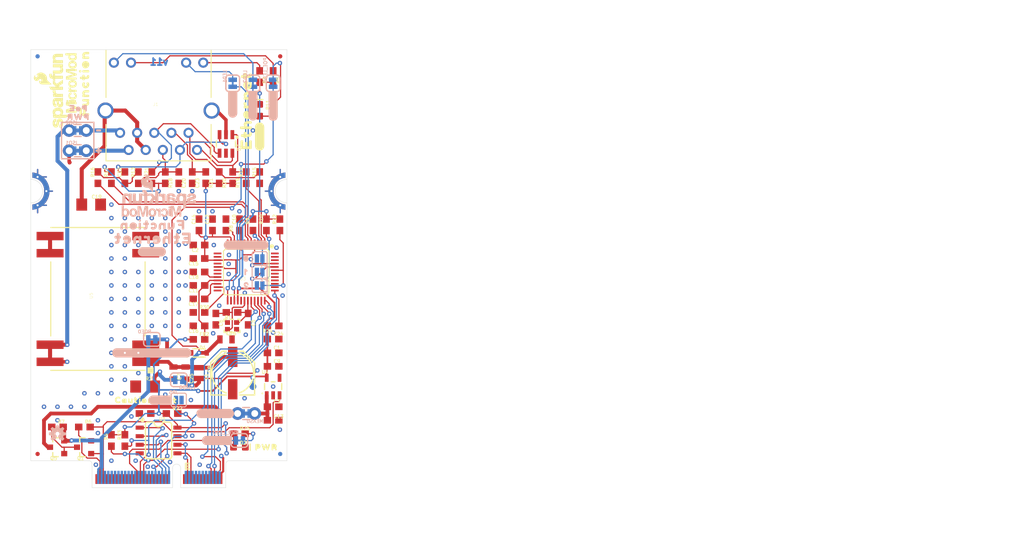
<source format=kicad_pcb>
(kicad_pcb (version 20211014) (generator pcbnew)
  (layers (0 "F.Cu" signal) (31 "B.Cu" signal) (34 "B.Paste" user) (35 "F.Paste" user) (36 "B.SilkS" user "B.Silkscreen") (37 "F.SilkS" user "F.Silkscreen") (38 "B.Mask" user) (39 "F.Mask" user) (44 "Edge.Cuts" user))
  (net 0 "")
  (net 1 "SPI_SCK")
  (net 2 "GND")
  (net 3 "3.3V")
  (net 4 "SPI_COPI")
  (net 5 "SPI_CIPO")
  (net 6 "5V")
  (net 7 "N$6")
  (net 8 "N$5")
  (net 9 "ETH_~{CS}")
  (net 10 "ETH_~{INT}")
  (net 11 "VCC")
  (net 12 "VCC_IN")
  (net 13 "PWR_EN")
  (net 14 "N$11")
  (net 15 "3.3V_IN")
  (net 16 "A0")
  (net 17 "A2")
  (net 18 "A1")
  (net 19 "I2C_SCL")
  (net 20 "I2C_SDA")
  (net 21 "N$1")
  (net 22 "N$2")
  (net 23 "LINK_LED")
  (net 24 "ACT_LED")
  (net 25 "N$8")
  (net 26 "N$10")
  (net 27 "5V_RAW")
  (net 28 "PW+")
  (net 29 "PW-")
  (net 30 "ETH_~{RST}")
  (net 31 "VCCA")
  (net 32 "N$13")
  (net 33 "N$15")
  (net 34 "PMODE0")
  (net 35 "PMODE1")
  (net 36 "PMODE2")
  (net 37 "N$16")
  (net 38 "GND-ISO")
  (net 39 "TXP")
  (net 40 "TD+")
  (net 41 "TXN")
  (net 42 "RXP")
  (net 43 "RXN")
  (net 44 "RXN1")
  (net 45 "TD-")
  (net 46 "RXP1")
  (net 47 "RCT")
  (net 48 "RD+")
  (net 49 "TCT")
  (net 50 "RD-")
  (net 51 "N$7")
  (net 52 "5V_FILTER")
  (net 53 "N$9")
  (net 54 "PW1+")
  (net 55 "PW1-")
  (net 56 "N$4")
  (net 57 "N$3")
  (net 58 "N$17")
  (net 59 "N$19")
  (net 60 "N$20")
  (net 61 "EWP")
  (footprint "boardEagle:ORDERING_INSTRUCTIONS" (layer "F.Cu") (at 175.1711 76.5436)
    (fp_text reference "LOGO2" hide)
    (fp_text value "SPECIAL_INSTRUCTIONS-ORDERING" hide)
  )
  (footprint "boardEagle:0603" (layer "F.Cu") (at 151.4511 91.5036 -90)
    (fp_text reference "C20")
    (fp_text value "10nF")
  )
  (footprint "boardEagle:0603" (layer "F.Cu") (at 147.4511 91.5036 90)
    (fp_text reference "C21")
    (fp_text value "6.8nF")
  )
  (footprint "boardEagle:MAGJACK-SYM_LED" (layer "F.Cu") (at 148.4511 78.5036 180)
    (fp_text reference "J1")
    (fp_text value "MAGJACK-POE")
  )
  (footprint "boardEagle:0603" (layer "F.Cu") (at 165.4511 127.5036)
    (fp_text reference "C13")
    (fp_text value "1.0uF")
  )
  (footprint "boardEagle:SOT-23-6" (layer "F.Cu") (at 158.4511 86.5036 180)
    (fp_text reference "D7")
    (fp_text value "DT1042-04SO")
  )
  (footprint "boardEagle:0603" (layer "F.Cu") (at 154.4511 109.5036 180)
    (fp_text reference "C17")
    (fp_text value "10nF")
  )
  (footprint "boardEagle:0603" (layer "F.Cu") (at 164.4511 98.5036 90)
    (fp_text reference "R10")
    (fp_text value "10k")
  )
  (footprint "boardEagle:0603" (layer "F.Cu") (at 163.4511 91.5036 90)
    (fp_text reference "R15")
    (fp_text value "33")
  )
  (footprint "boardEagle:LED-0603" (layer "F.Cu") (at 160.4511 131.5036)
    (fp_text reference "D2")
    (fp_text value "RED")
  )
  (footprint "boardEagle:0603" (layer "F.Cu") (at 154.4511 115.5036)
    (fp_text reference "FB2")
    (fp_text value "470Ω")
  )
  (footprint "boardEagle:0603" (layer "F.Cu") (at 165.4511 76.5036 -90)
    (fp_text reference "R5")
    (fp_text value "1k")
  )
  (footprint "boardEagle:0603" (layer "F.Cu") (at 149.4511 91.5036 -90)
    (fp_text reference "R18")
    (fp_text value "49.9")
  )
  (footprint "boardEagle:0603" (layer "F.Cu") (at 143.4511 91.5036 90)
    (fp_text reference "C22")
    (fp_text value "6.8nF")
  )
  (footprint "boardEagle:ETHERNET0" (layer "F.Cu") (at 161.4511 81.5036 90)
    (fp_text reference "U$17" hide)
    (fp_text value "" hide)
  )
  (footprint "boardEagle:0603" (layer "F.Cu") (at 141.4511 130.5036 90)
    (fp_text reference "R4")
    (fp_text value "10k")
  )
  (footprint "boardEagle:0603" (layer "F.Cu") (at 159.3511 111.5036 180)
    (fp_text reference "R1")
    (fp_text value "1M")
  )
  (footprint "boardEagle:0603" (layer "F.Cu") (at 161.7511 112.5036 -90)
    (fp_text reference "C5")
    (fp_text value "10pF")
  )
  (footprint "boardEagle:SOT23-5" (layer "F.Cu") (at 165.4511 122.5036)
    (fp_text reference "U4")
    (fp_text value "3.3V")
  )
  (footprint "boardEagle:0603" (layer "F.Cu") (at 157.4511 91.5036 -90)
    (fp_text reference "R20")
    (fp_text value "49.9")
  )
  (footprint "boardEagle:M.2-CARD-E-22_FUNCTION_STANDARD" (layer "F.Cu") (at 148.5011 137.5036)
    (fp_text reference "J11" hide)
    (fp_text value "MICROMOD_STANDARD" hide)
    (fp_arc (start -19 -45.75) (mid -17.25 -44) (end -19 -42.25) (layer "Edge.Cuts") (width 0.0508))
    (fp_arc (start 19 -42.25) (mid 17.25 -44) (end 19 -45.75) (layer "Edge.Cuts") (width 0.0508))
  )
  (footprint "boardEagle:HOT#1" (layer "F.Cu") (at 149.9511 124.4036)
    (fp_text reference "U$21" hide)
    (fp_text value "" hide)
  )
  (footprint "boardEagle:SOT23-3" (layer "F.Cu") (at 137.4511 131.5036 90)
    (fp_text reference "Q1")
    (fp_text value "220mA/50V/3.5Ω")
  )
  (footprint "boardEagle:0603" (layer "F.Cu") (at 141.4511 91.5036 90)
    (fp_text reference "R17")
    (fp_text value "33")
  )
  (footprint "boardEagle:0603" (layer "F.Cu") (at 160.4511 129.5036)
    (fp_text reference "R25")
    (fp_text value "1k")
  )
  (footprint "boardEagle:0603" (layer "F.Cu") (at 165.4511 113.5036 180)
    (fp_text reference "R24")
    (fp_text value "10k")
  )
  (footprint "boardEagle:MICROMOD_LOGO_.35" (layer "F.Cu") (at 135.5011 77.5036 90)
    (fp_text reference "U$63" hide)
    (fp_text value "" hide)
  )
  (footprint "boardEagle:0603" (layer "F.Cu") (at 154.4511 107.5036 180)
    (fp_text reference "C11")
    (fp_text value "0.1uF")
  )
  (footprint "boardEagle:0603" (layer "F.Cu") (at 139.4511 91.5036 90)
    (fp_text reference "R16")
    (fp_text value "33")
  )
  (footprint "boardEagle:0603" (layer "F.Cu") (at 154.4511 113.5036 180)
    (fp_text reference "C16")
    (fp_text value "10uF")
  )
  (footprint "boardEagle:0603" (layer "F.Cu") (at 146.4511 126.5036 180)
    (fp_text reference "C4")
    (fp_text value "0.1uF")
  )
  (footprint "boardEagle:0805-WIDE" (layer "F.Cu") (at 154.4511 120.5036 -90)
    (fp_text reference "L1")
    (fp_text value "2.2uH")
  )
  (footprint "boardEagle:DP990X" (layer "F.Cu") (at 139.4511 109.5036 90)
    (fp_text reference "U5")
    (fp_text value "POE_PSU-DP990X")
  )
  (footprint "boardEagle:0603" (layer "F.Cu") (at 163.4511 76.5036 -90)
    (fp_text reference "R3")
    (fp_text value "1k")
  )
  (footprint "boardEagle:SOD-323" (layer "F.Cu") (at 154.4511 117.5036)
    (fp_text reference "D1")
    (fp_text value "3A/10V/280mV")
  )
  (footprint "boardEagle:LQFP-48" (layer "F.Cu") (at 161.4511 105.5036 180)
    (fp_text reference "U3")
    (fp_text value "W5500")
  )
  (footprint "boardEagle:1206" (layer "F.Cu") (at 138.4511 95.5036)
    (fp_text reference "C19")
    (fp_text value "1nF")
  )
  (footprint "boardEagle:FIDUCIAL-MICRO" (layer "F.Cu") (at 166.5011 73.5036 90)
    (fp_text reference "FD2" hide)
    (fp_text value "FIDUCIALUFIDUCIAL" hide)
  )
  (footprint "boardEagle:SOT23-3" (layer "F.Cu") (at 133.4511 131.5036 90)
    (fp_text reference "Q5")
    (fp_text value "20V/4.2A/52mΩ/1.4W")
  )
  (footprint "boardEagle:FIDUCIAL-MICRO" (layer "F.Cu") (at 130.5011 132.5036 90)
    (fp_text reference "FD1" hide)
    (fp_text value "FIDUCIALUFIDUCIAL" hide)
  )
  (footprint "boardEagle:0603" (layer "F.Cu") (at 158.4511 98.5036 -90)
    (fp_text reference "R8")
    (fp_text value "12.4k")
  )
  (footprint "boardEagle:0603" (layer "F.Cu") (at 165.4511 125.5036)
    (fp_text reference "C3")
    (fp_text value "0.1uF")
  )
  (footprint "boardEagle:0603" (layer "F.Cu") (at 166.4511 98.5036 90)
    (fp_text reference "R12")
    (fp_text value "10k")
  )
  (footprint "boardEagle:0603" (layer "F.Cu") (at 159.4511 91.5036 -90)
    (fp_text reference "R19")
    (fp_text value "49.9")
  )
  (footprint "boardEagle:CAUTION#0" (layer "F.Cu") (at 145.0511 124.5036)
    (fp_text reference "U$20" hide)
    (fp_text value "" hide)
  )
  (footprint "boardEagle:0805" (layer "F.Cu") (at 158.4511 115.5036)
    (fp_text reference "C26")
    (fp_text value "10uF")
  )
  (footprint "boardEagle:0603" (layer "F.Cu") (at 153.4511 91.5036 -90)
    (fp_text reference "C23")
    (fp_text value "22nF")
  )
  (footprint "boardEagle:0805" (layer "F.Cu") (at 150.6511 120.5036 -90)
    (fp_text reference "C7")
    (fp_text value "10uF")
  )
  (footprint "boardEagle:0603" (layer "F.Cu") (at 154.4511 105.5036 180)
    (fp_text reference "C18")
    (fp_text value "4.7uF")
  )
  (footprint "boardEagle:SO08" (layer "F.Cu") (at 148.4511 130.5036 -90)
    (fp_text reference "U1")
    (fp_text value "EEPROM")
  )
  (footprint "boardEagle:0603" (layer "F.Cu") (at 165.4511 117.5036)
    (fp_text reference "C1")
    (fp_text value "0.1uF")
  )
  (footprint "boardEagle:CREATIVE_COMMONS" (layer "F.Cu") (at 165.0111 146.3936)
    (fp_text reference "FRAME1" hide)
    (fp_text value "FRAME-LEDGER" hide)
  )
  (footprint "boardEagle:0603" (layer "F.Cu") (at 165.4511 119.5036)
    (fp_text reference "C9")
    (fp_text value "10uF")
  )
  (footprint "boardEagle:0603" (layer "F.Cu") (at 155.4511 91.5036 -90)
    (fp_text reference "R21")
    (fp_text value "10")
  )
  (footprint "boardEagle:#POE#0" (layer "F.Cu") (at 163.4511 85.4036 90)
    (fp_text reference "U$18" hide)
    (fp_text value "" hide)
  )
  (footprint "boardEagle:0603" (layer "F.Cu") (at 137.4511 128.5036)
    (fp_text reference "R6")
    (fp_text value "10k")
  )
  (footprint "boardEagle:0603" (layer "F.Cu") (at 154.4511 98.5036 90)
    (fp_text reference "C14")
    (fp_text value "0.1uF")
  )
  (footprint "boardEagle:0603" (layer "F.Cu") (at 161.4511 91.5036 90)
    (fp_text reference "R14")
    (fp_text value "33")
  )
  (footprint "boardEagle:0603" (layer "F.Cu") (at 156.4511 98.5036 90)
    (fp_text reference "C12")
    (fp_text value "0.1uF")
  )
  (footprint "boardEagle:0603" (layer "F.Cu") (at 165.4511 81.5036 90)
    (fp_text reference "R11")
    (fp_text value "1k")
  )
  (footprint "boardEagle:0603" (layer "F.Cu") (at 160.4511 98.5036 90)
    (fp_text reference "C10")
    (fp_text value "0.1uF")
  )
  (footprint "boardEagle:0805" (layer "F.Cu") (at 152.4511 120.5036 -90)
    (fp_text reference "C25")
    (fp_text value "10uF")
  )
  (footprint "boardEagle:0603" (layer "F.Cu") (at 154.4511 111.5036)
    (fp_text reference "R30")
    (fp_text value "10k")
  )
  (footprint "boardEagle:0603" (layer "F.Cu") (at 150.4511 126.5036)
    (fp_text reference "R22")
    (fp_text value "10k")
  )
  (footprint "boardEagle:0603" (layer "F.Cu") (at 162.4511 98.5036 90)
    (fp_text reference "R9")
    (fp_text value "10k")
  )
  (footprint "boardEagle:1206" (layer "F.Cu") (at 146.4511 122.5036)
    (fp_text reference "R2")
    (fp_text value "49.9 1/2W")
  )
  (footprint "boardEagle:PANASONIC_D" (layer "F.Cu") (at 159.4511 120.5036 90)
    (fp_text reference "C8")
    (fp_text value "100uF")
  )
  (footprint "boardEagle:0603" (layer "F.Cu") (at 154.4511 103.5036 180)
    (fp_text reference "C15")
    (fp_text value "0.1uF")
  )
  (footprint "boardEagle:0603" (layer "F.Cu") (at 156.9511 112.5036 -90)
    (fp_text reference "C6")
    (fp_text value "10pF")
  )
  (footprint "boardEagle:0603" (layer "F.Cu") (at 143.4511 130.5036 90)
    (fp_text reference "R23")
    (fp_text value "10k")
  )
  (footprint "boardEagle:LED-0603" (layer "F.Cu") (at 163.4511 81.5036 90)
    (fp_text reference "D5")
    (fp_text value "Yellow")
  )
  (footprint "boardEagle:0603" (layer "F.Cu") (at 145.4511 91.5036 90)
    (fp_text reference "R13")
    (fp_text value "49.9")
  )
  (footprint "boardEagle:CRYSTAL-SMD-2.0X1.6MM" (layer "F.Cu") (at 159.3511 113.5036 180)
    (fp_text reference "Y1")
    (fp_text value "25MHz")
  )
  (footprint "boardEagle:0603" (layer "F.Cu") (at 165.4411 115.4536)
    (fp_text reference "C24")
    (fp_text value "1.0uF")
  )
  (footprint "boardEagle:SFE_LOGO_NAME_FLAME_.1" (layer "F.Cu") (at 133.6421 78.5326 90)
    (fp_text reference "LOGO1" hide)
    (fp_text value "SFE_LOGO_NAME_FLAME.1_INCH" hide)
  )
  (footprint "boardEagle:0603" (layer "F.Cu") (at 133.4511 128.5036)
    (fp_text reference "R7")
    (fp_text value "10k")
  )
  (footprint "boardEagle:0603" (layer "F.Cu") (at 154.4511 101.5036 180)
    (fp_text reference "C2")
    (fp_text value "0.1uF")
  )
  (footprint "boardEagle:PWR0" (layer "F.Cu") (at 164.4511 131.5036)
    (fp_text reference "U$7" hide)
    (fp_text value "" hide)
  )
  (footprint "boardEagle:FUNCTION0" (layer "F.Cu") (at 137.4511 77.5036 90)
    (fp_text reference "U$26" hide)
    (fp_text value "" hide)
  )
  (footprint "boardEagle:SMT-JUMPER_2_NO_SILK" (layer "B.Cu") (at 163.4511 103.5036)
    (fp_text reference "JP1")
    (fp_text value "JUMPER-SMT_2_NO_SILK")
  )
  (footprint "boardEagle:#LNK#1" (layer "B.Cu") (at 159.4511 80.5036 -90)
    (fp_text reference "U$12" hide)
    (fp_text value "" hide)
  )
  (footprint "boardEagle:POE0" (layer "B.Cu") (at 136.4511 81.2036 180)
    (fp_text reference "U$9" hide)
    (fp_text value "" hide)
  )
  (footprint "boardEagle:23" (layer "B.Cu") (at 161.3511 107.5036 180)
    (fp_text reference "U$16" hide)
    (fp_text value "" hide)
  )
  (footprint "boardEagle:SMT-JUMPER_2_NO_SILK" (layer "B.Cu") (at 151.4511 124.5036 180)
    (fp_text reference "JP5")
    (fp_text value "JUMPER-SMT_2_NO_SILK")
  )
  (footprint "boardEagle:#DUMMY_LOAD#0" (layer "B.Cu") (at 145.3511 121.5036 180)
    (fp_text reference "U$5" hide)
    (fp_text value "" hide)
  )
  (footprint "boardEagle:FIDUCIAL-MICRO" (layer "B.Cu") (at 166.5011 132.5036 -90)
    (fp_text reference "FD3" hide)
    (fp_text value "FIDUCIALUFIDUCIAL" hide)
  )
  (footprint "boardEagle:FUNCTION0" (layer "B.Cu") (at 147.4511 98.5036 180)
    (fp_text reference "U$27" hide)
    (fp_text value "" hide)
  )
  (footprint "boardEagle:12" (layer "B.Cu") (at 161.3511 105.5036 180)
    (fp_text reference "U$15" hide)
    (fp_text value "" hide)
  )
  (footprint "boardEagle:SMT-JUMPER_2_NC_TRACE_SILK" (layer "B.Cu") (at 147.4511 115.5036 180)
    (fp_text reference "POE0")
    (fp_text value "")
  )
  (footprint "boardEagle:PAD.03X.04" (layer "B.Cu") (at 162.4511 122.5036 180)
    (fp_text reference "TP1" hide)
    (fp_text value "TEST-POINT3X4" hide)
  )
  (footprint "boardEagle:OSHW-LOGO-MINI" (layer "B.Cu") (at 133.4511 129.5036 180)
    (fp_text reference "LOGO3" hide)
    (fp_text value "OSHW-LOGOMINI" hide)
  )
  (footprint "boardEagle:SMT-JUMPER_2_NO_SILK" (layer "B.Cu") (at 163.4511 105.5036)
    (fp_text reference "JP2")
    (fp_text value "JUMPER-SMT_2_NO_SILK")
  )
  (footprint "boardEagle:#_POE#0" (layer "B.Cu") (at 165.4511 80.7036 -90)
    (fp_text reference "U$23" hide)
    (fp_text value "" hide)
  )
  (footprint "boardEagle:SMT-JUMPER_2_NC_TRACE_SILK" (layer "B.Cu") (at 160.4511 130.5036 180)
    (fp_text reference "PWR_LED0")
    (fp_text value "JUMPER-SMT_2_NC_TRACE_SILK")
  )
  (footprint "boardEagle:SMT-JUMPER_2_NC_TRACE_SILK" (layer "B.Cu") (at 151.4511 121.5036)
    (fp_text reference "LOAD0")
    (fp_text value "JUMPER-SMT_2_NC_TRACE_SILK")
  )
  (footprint "boardEagle:ETHERNET0" (layer "B.Cu") (at 147.4511 100.5036 180)
    (fp_text reference "U$1" hide)
    (fp_text value "" hide)
  )
  (footprint "boardEagle:COMBO-JUMPER_2_NC_TRACE" (layer "B.Cu") (at 136.4511 84.5036 180)
    (fp_text reference "ISO2")
    (fp_text value "JUMPER-COMBO_2_NC_TRACE")
  )
  (footprint "boardEagle:#MEAS#3" (layer "B.Cu") (at 159.6511 126.5036 180)
    (fp_text reference "U$28" hide)
    (fp_text value "" hide)
  )
  (footprint "boardEagle:#0" (layer "B.Cu") (at 139.4511 87.5036 180)
    (fp_text reference "U$19" hide)
    (fp_text value "" hide)
  )
  (footprint "boardEagle:COMBO-JUMPER_2_NC_TRACE" (layer "B.Cu") (at 161.4511 126.5036)
    (fp_text reference "MEAS0")
    (fp_text value "JUMPER-COMBO_2_NC_TRACE")
  )
  (footprint "boardEagle:#PMODE#0" (layer "B.Cu") (at 161.4511 101.5036 180)
    (fp_text reference "U$13" hide)
    (fp_text value "" hide)
  )
  (footprint "boardEagle:SMT-JUMPER_2_NO_SILK" (layer "B.Cu") (at 163.4511 107.5036)
    (fp_text reference "JP3")
    (fp_text value "JUMPER-SMT_2_NO_SILK")
  )
  (footprint "boardEagle:SFE_LOGO_NAME_FLAME_.1" (layer "B.Cu") (at 148.4711 94.7436 180)
    (fp_text reference "LOGO4" hide)
    (fp_text value "SFE_LOGO_NAME_FLAME.1_INCH" hide)
  )
  (footprint "boardEagle:#POE#0" (layer "B.Cu") (at 147.4511 102.5036 180)
    (fp_text reference "U$2" hide)
    (fp_text value "" hide)
  )
  (footprint "boardEagle:#POWER_CARRIER#0" (layer "B.Cu") (at 147.4511 117.5036 180)
    (fp_text reference "U$3" hide)
    (fp_text value "" hide)
  )
  (footprint "boardEagle:COMBO-JUMPER_2_NC_TRACE" (layer "B.Cu") (at 136.4511 87.5036 180)
    (fp_text reference "ISO1")
    (fp_text value "JUMPER-COMBO_2_NC_TRACE")
  )
  (footprint "boardEagle:#1" (layer "B.Cu") (at 139.4511 84.5036 180)
    (fp_text reference "U$25" hide)
    (fp_text value "" hide)
  )
  (footprint "boardEagle:#PWR#0" (layer "B.Cu") (at 157.2511 130.5036 180)
    (fp_text reference "U$22" hide)
    (fp_text value "" hide)
  )
  (footprint "boardEagle:01" (layer "B.Cu") (at 161.3511 103.5036 180)
    (fp_text reference "U$14" hide)
    (fp_text value "" hide)
  )
  (footprint "boardEagle:#ACT#0" (layer "B.Cu") (at 162.4511 80.7036 -90)
    (fp_text reference "U$8" hide)
    (fp_text value "" hide)
  )
  (footprint "boardEagle:FIDUCIAL-MICRO" (layer "B.Cu") (at 130.5011 73.5036 -90)
    (fp_text reference "FD4" hide)
    (fp_text value "FIDUCIALUFIDUCIAL" hide)
  )
  (footprint "boardEagle:SMT-JUMPER_2_NC_TRACE_SILK" (layer "B.Cu") (at 165.4511 77.5036 -90)
    (fp_text reference "POE_LED0")
    (fp_text value "JUMPER-SMT_2_NC_TRACE_SILK")
  )
  (footprint "boardEagle:MICROMOD_LOGO_.35" (layer "B.Cu") (at 147.4511 96.5036 180)
    (fp_text reference "U$37" hide)
    (fp_text value "" hide)
  )
  (footprint "boardEagle:#WP#0" (layer "B.Cu") (at 148.8511 124.5036 180)
    (fp_text reference "U$6" hide)
    (fp_text value "" hide)
  )
  (footprint "boardEagle:SMT-JUMPER_2_NC_TRACE_SILK" (layer "B.Cu") (at 162.4511 77.5036 -90)
    (fp_text reference "LED2")
    (fp_text value "JUMPER-SMT_2_NC_TRACE_SILK")
  )
  (footprint "boardEagle:PWR1" (layer "B.Cu") (at 136.4511 82.5036 180)
    (fp_text reference "U$24" hide)
    (fp_text value "" hide)
  )
  (footprint "boardEagle:SMT-JUMPER_2_NC_TRACE_SILK" (layer "B.Cu") (at 159.4511 77.5036 -90)
    (fp_text reference "LED1")
    (fp_text value "JUMPER-SMT_2_NC_TRACE_SILK")
  )
  (gr_line (start 138.8511 88.7036) (end 138.8511 83.3036) (layer "B.SilkS") (width 0.2032))
  (gr_line (start 134.0511 83.3036) (end 134.0511 88.7036) (layer "B.SilkS") (width 0.2032))
  (gr_line (start 138.8511 83.3036) (end 134.0511 83.3036) (layer "B.SilkS") (width 0.2032))
  (gr_line (start 134.0511 88.7036) (end 138.8511 88.7036) (layer "B.SilkS") (width 0.2032))
  (gr_line (start 150.5261 137.5036) (end 138.5761 137.5036) (layer "Edge.Cuts") (width 0.05))
  (gr_line (start 158.4261 137.5036) (end 158.4261 134.0036) (layer "Edge.Cuts") (width 0.05))
  (gr_line (start 167.5011 133.5036) (end 167.5011 72.5036) (layer "Edge.Cuts") (width 0.05))
  (gr_line (start 158.9011 133.5036) (end 167.5011 133.5036) (layer "Edge.Cuts") (width 0.05))
  (gr_line (start 151.7261 137.5036) (end 151.7261 134.6036) (layer "Edge.Cuts") (width 0.05))
  (gr_arc (start 158.4261 134.0036) (mid 158.560047 133.655224) (end 158.9011 133.5036) (layer "Edge.Cuts") (width 0.05))
  (gr_arc (start 150.5261 134.6036) (mid 151.126101 134.003079) (end 151.7261 134.603602) (layer "Edge.Cuts") (width 0.05))
  (gr_line (start 138.1011 133.5036) (end 129.5011 133.5036) (layer "Edge.Cuts") (width 0.05))
  (gr_line (start 138.5761 137.5036) (end 138.5761 134.0036) (layer "Edge.Cuts") (width 0.05))
  (gr_line (start 167.5011 72.5036) (end 129.5011 72.5036) (layer "Edge.Cuts") (width 0.05))
  (gr_line (start 150.5261 137.5036) (end 150.5261 134.6036) (layer "Edge.Cuts") (width 0.05))
  (gr_arc (start 138.1011 133.5036) (mid 138.442153 133.655224) (end 138.5761 134.0036) (layer "Edge.Cuts") (width 0.05))
  (gr_line (start 129.5011 72.5036) (end 129.5011 133.5036) (layer "Edge.Cuts") (width 0.05))
  (gr_line (start 158.4261 137.5036) (end 151.7261 137.5036) (layer "Edge.Cuts") (width 0.05))
  (gr_text "v11" (at 148.5211 74.3336) (layer "B.Cu") (effects (font (size 1.016 1.016) (thickness 0.254)) (justify mirror)))
  (segment (start 157.2511 135.24775) (end 157.621 134.87785) (width 0.1778) (layer "F.Cu") (net 1))
  (segment (start 162.7011 109.7536) (end 162.7011 110.40945) (width 0.1778) (layer "F.Cu") (net 1))
  (segment (start 156.89525 132.9036) (end 154.9511 132.9036) (width 0.1778) (layer "F.Cu") (net 1))
  (segment (start 163.448 111.15635) (end 163.448 112.3036) (width 0.1778) (layer "F.Cu") (net 1))
  (segment (start 157.621 133.62935) (end 156.89525 132.9036) (width 0.1778) (layer "F.Cu") (net 1))
  (segment (start 157.621 134.87785) (end 157.621 133.62935) (width 0.1778) (layer "F.Cu") (net 1))
  (segment (start 163.448 111.15635) (end 162.7011 110.40945) (width 0.1778) (layer "F.Cu") (net 1))
  (segment (start 157.2511 136.2286) (end 157.2511 135.24775) (width 0.1778) (layer "F.Cu") (net 1))
  (via (at 154.9511 132.9036) (size 0.6604) (drill 0.3048) (layers "F.Cu" "B.Cu") (net 1))
  (via (at 163.448 112.3036) (size 0.6604) (drill 0.3048) (layers "F.Cu" "B.Cu") (net 1))
  (segment (start 155.7511 120.1046) (end 155.7511 132.1036) (width 0.1778) (layer "B.Cu") (net 1))
  (segment (start 162.813 112.9386) (end 162.813 116.0746) (width 0.1778) (layer "B.Cu") (net 1))
  (segment (start 162.813 116.0746) (end 161.3484 117.5392) (width 0.1778) (layer "B.Cu") (net 1))
  (segment (start 154.9511 132.9036) (end 155.7511 132.1036) (width 0.1778) (layer "B.Cu") (net 1))
  (segment (start 161.3484 117.5392) (end 158.3165 117.5392) (width 0.1778) (layer "B.Cu") (net 1))
  (segment (start 158.3165 117.5392) (end 155.7511 120.1046) (width 0.1778) (layer "B.Cu") (net 1))
  (segment (start 163.448 112.3036) (end 162.813 112.9386) (width 0.1778) (layer "B.Cu") (net 1))
  (segment (start 158.0401 135.0766) (end 158.0401 133.0926) (width 0.3048) (layer "F.Cu") (net 2))
  (segment (start 157.7511 136.2286) (end 157.7511 135.3656) (width 0.3048) (layer "F.Cu") (net 2))
  (segment (start 158.0401 133.0926) (end 157.7511 132.8036) (width 0.3048) (layer "F.Cu") (net 2))
  (segment (start 157.7511 135.3656) (end 158.0401 135.0766) (width 0.3048) (layer "F.Cu") (net 2))
  (via (at 151.4511 103.5036) (size 0.6604) (drill 0.3048) (layers "F.Cu" "B.Cu") (net 2))
  (via (at 160.4511 96.5036) (size 0.6604) (drill 0.3048) (layers "F.Cu" "B.Cu") (net 2))
  (via (at 161.3881 114.8216) (size 0.6604) (drill 0.3048) (layers "F.Cu" "B.Cu") (net 2))
  (via (at 151.4511 105.5036) (size 0.6604) (drill 0.3048) (layers "F.Cu" "B.Cu") (net 2))
  (via (at 151.4511 99.5036) (size 0.6604) (drill 0.3048) (layers "F.Cu" "B.Cu") (net 2))
  (via (at 145.4511 109.5036) (size 0.6604) (drill 0.3048) (layers "F.Cu" "B.Cu") (net 2))
  (via (at 149.4511 97.5036) (size 0.6604) (drill 0.3048) (layers "F.Cu" "B.Cu") (net 2))
  (via (at 143.4511 99.5036) (size 0.6604) (drill 0.3048) (layers "F.Cu" "B.Cu") (net 2))
  (via (at 143.4511 111.5036) (size 0.6604) (drill 0.3048) (layers "F.Cu" "B.Cu") (net 2))
  (via (at 139.1511 134.1036) (size 0.6604) (drill 0.3048) (layers "F.Cu" "B.Cu") (net 2))
  (via (at 143.4511 105.5036) (size 0.6604) (drill 0.3048) (layers "F.Cu" "B.Cu") (net 2))
  (via (at 143.4511 107.5036) (size 0.6604) (drill 0.3048) (layers "F.Cu" "B.Cu") (net 2))
  (via (at 145.4511 111.5036) (size 0.6604) (drill 0.3048) (layers "F.Cu" "B.Cu") (net 2))
  (via (at 147.4511 107.5036) (size 0.6604) (drill 0.3048) (layers "F.Cu" "B.Cu") (net 2))
  (via (at 147.4511 109.5036) (size 0.6604) (drill 0.3048) (layers "F.Cu" "B.Cu") (net 2))
  (via (at 144.4191 126.9386) (size 0.6604) (drill 0.3048) (layers "F.Cu" "B.Cu") (net 2))
  (via (at 143.4511 109.5036) (size 0.6604) (drill 0.3048) (layers "F.Cu" "B.Cu") (net 2))
  (via (at 139.4511 123.5036) (size 0.6604) (drill 0.3048) (layers "F.Cu" "B.Cu") (net 2))
  (via (at 153.2511 124.5036) (size 0.6604) (drill 0.3048) (layers "F.Cu" "B.Cu") (net 2))
  (via (at 152.4511 101.3036) (size 0.6604) (drill 0.3048) (layers "F.Cu" "B.Cu") (net 2))
  (via (at 156.6511 101.5036) (size 0.6604) (drill 0.3048) (layers "F.Cu" "B.Cu") (net 2))
  (via (at 149.4511 111.5036) (size 0.6604) (drill 0.3048) (layers "F.Cu" "B.Cu") (net 2))
  (via (at 165.4511 114.5036) (size 0.6604) (drill 0.3048) (layers "F.Cu" "B.Cu") (net 2))
  (via (at 147.4511 105.5036) (size 0.6604) (drill 0.3048) (layers "F.Cu" "B.Cu") (net 2))
  (via (at 143.4511 103.5036) (size 0.6604) (drill 0.3048) (layers "F.Cu" "B.Cu") (net 2))
  (via (at 147.4511 97.5036) (size 0.6604) (drill 0.3048) (layers "F.Cu" "B.Cu") (net 2))
  (via (at 137.4511 123.5036) (size 0.6604) (drill 0.3048) (layers "F.Cu" "B.Cu") (net 2))
  (via (at 141.4511 103.5036) (size 0.6604) (drill 0.3048) (layers "F.Cu" "B.Cu") (net 2))
  (via (at 152.4511 107.5036) (size 0.6604) (drill 0.3048) (layers "F.Cu" "B.Cu") (net 2))
  (via (at 141.4511 95.5036) (size 0.6604) (drill 0.3048) (layers "F.Cu" "B.Cu") (net 2))
  (via (at 146.8511 134.4036) (size 0.6604) (drill 0.3048) (layers "F.Cu" "B.Cu") (net 2))
  (via (at 141.4511 107.5036) (size 0.6604) (drill 0.3048) (layers "F.Cu" "B.Cu") (net 2))
  (via (at 153.4511 129.8036) (size 0.6604) (drill 0.3048) (layers "F.Cu" "B.Cu") (net 2))
  (via (at 151.4511 107.5036) (size 0.6604) (drill 0.3048) (layers "F.Cu" "B.Cu") (net 2))
  (via (at 141.4511 121.5036) (size 0.6604) (drill 0.3048) (layers "F.Cu" "B.Cu") (net 2))
  (via (at 143.4511 97.5036) (size 0.6604) (drill 0.3048) (layers "F.Cu" "B.Cu") (net 2))
  (via (at 149.4511 109.5036) (size 0.6604) (drill 0.3048) (layers "F.Cu" "B.Cu") (net 2))
  (via (at 153.4511 93.5036) (size 0.6604) (drill 0.3048) (layers "F.Cu" "B.Cu") (net 2))
  (via (at 139.4511 127.5036) (size 0.6604) (drill 0.3048) (layers "F.Cu" "B.Cu") (net 2))
  (via (at 141.4511 119.5036) (size 0.6604) (drill 0.3048) (layers "F.Cu" "B.Cu") (net 2))
  (via (at 152.4511 105.5036) (size 0.6604) (drill 0.3048) (layers "F.Cu" "B.Cu") (net 2))
  (via (at 149.4511 103.5036) (size 0.6604) (drill 0.3048) (layers "F.Cu" "B.Cu") (net 2))
  (via (at 139.4511 129.4036) (size 0.6604) (drill 0.3048) (layers "F.Cu" "B.Cu") (net 2))
  (via (at 141.4511 97.5036) (size 0.6604) (drill 0.3048) (layers "F.Cu" "B.Cu") (net 2))
  (via (at 141.4511 111.5036) (size 0.6604) (drill 0.3048) (layers "F.Cu" "B.Cu") (net 2))
  (via (at 133.4511 125.5036) (size 0.6604) (drill 0.3048) (layers "F.Cu" "B.Cu") (net 2))
  (via (at 143.4511 121.5036) (size 0.6604) (drill 0.3048) (layers "F.Cu" "B.Cu") (net 2))
  (via (at 156.5511 114.6036) (size 0.6604) (drill 0.3048) (layers "F.Cu" "B.Cu") (net 2))
  (via (at 141.4511 113.5036) (size 0.6604) (drill 0.3048) (layers "F.Cu" "B.Cu") (net 2))
  (via (at 141.4511 133.5036) (size 0.6604) (drill 0.3048) (layers "F.Cu" "B.Cu") (net 2))
  (via (at 158.8971 102.9766) (size 0.6604) (drill 0.3048) (layers "F.Cu" "B.Cu") (net 2))
  (via (at 158.8511 104.3036) (size 0.6604) (drill 0.3048) (layers "F.Cu" "B.Cu") (net 2))
  (via (at 149.4511 123.7036) (size 0.6604) (drill 0.3048) (layers "F.Cu" "B.Cu") (net 2))
  (via (at 145.4511 97.5036) (size 0.6604) (drill 0.3048) (layers "F.Cu" "B.Cu") (net 2))
  (via (at 149.4511 101.5036) (size 0.6604) (drill 0.3048) (layers "F.Cu" "B.Cu") (net 2))
  (via (at 149.4511 105.5036) (size 0.6604) (drill 0.3048) (layers "F.Cu" "B.Cu") (net 2))
  (via (at 133.4511 127.5036) (size 0.6604) (drill 0.3048) (layers "F.Cu" "B.Cu") (net 2))
  (via (at 161.2101 124.2416) (size 0.6604) (drill 0.3048) (layers "F.Cu" "B.Cu") (net 2))
  (via (at 154.5511 134.1036) (size 0.6604) (drill 0.3048) (layers "F.Cu" "B.Cu") (net 2))
  (via (at 162.1511 103.6036) (size 0.6604) (drill 0.3048) (layers "F.Cu" "B.Cu") (net 2))
  (via (at 149.4511 99.5036) (size 0.6604) (drill 0.3048) (layers "F.Cu" "B.Cu") (net 2))
  (via (at 149.4511 113.5036) (size 0.6604) (drill 0.3048) (layers "F.Cu" "B.Cu") (net 2))
  (via (at 141.4511 109.5036) (size 0.6604) (drill 0.3048) (layers "F.Cu" "B.Cu") (net 2))
  (via (at 141.4511 101.5036) (size 0.6604) (drill 0.3048) (layers "F.Cu" "B.Cu") (net 2))
  (via (at 158.8511 105.8036) (size 0.6604) (drill 0.3048) (layers "F.Cu" "B.Cu") (net 2))
  (via (at 165.9511 101.9036) (size 0.6604) (drill 0.3048) (layers "F.Cu" "B.Cu") (net 2))
  (via (at 147.4511 113.5036) (size 0.6604) (drill 0.3048) (layers "F.Cu" "B.Cu") (net 2))
  (via (at 143.4511 117.5036) (size 0.6604) (drill 0.3048) (layers "F.Cu" "B.Cu") (net 2))
  (via (at 147.4511 111.5036) (size 0.6604) (drill 0.3048) (layers "F.Cu" "B.Cu") (net 2))
  (via (at 165.4511 122.5036) (size 0.6604) (drill 0.3048) (layers "F.Cu" "B.Cu") (net 2))
  (via (at 145.0511 133.5036) (size 0.6604) (drill 0.3048) (layers "F.Cu" "B.Cu") (net 2))
  (via (at 145.4511 101.5036) (size 0.6604) (drill 0.3048) (layers "F.Cu" "B.Cu") (net 2))
  (via (at 145.4511 105.5036) (size 0.6604) (drill 0.3048) (layers "F.Cu" "B.Cu") (net 2))
  (via (at 145.4511 117.5036) (size 0.6604) (drill 0.3048) (layers "F.Cu" "B.Cu") (net 2))
  (via (at 166.8511 109.0036) (size 0.6604) (drill 0.3048) (layers "F.Cu" "B.Cu") (net 2))
  (via (at 156.4511 96.5036) (size 0.6604) (drill 0.3048) (layers "F.Cu" "B.Cu") (net 2))
  (via (at 141.4511 105.5036) (size 0.6604) (drill 0.3048) (layers "F.Cu" "B.Cu") (net 2))
  (via (at 151.4511 101.5036) (size 0.6604) (drill 0.3048) (layers "F.Cu" "B.Cu") (net 2))
  (via (at 157.7511 132.8036) (size 0.6604) (drill 0.3048) (layers "F.Cu" "B.Cu") (net 2))
  (via (at 131.4511 125.5036) (size 0.6604) (drill 0.3048) (layers "F.Cu" "B.Cu") (net 2))
  (via (at 141.4511 115.5036) (size 0.6604) (drill 0.3048) (layers "F.Cu" "B.Cu") (net 2))
  (via (at 135.4511 125.5036) (size 0.6604) (drill 0.3048) (layers "F.Cu" "B.Cu") (net 2))
  (via (at 137.4511 125.5036) (size 0.6604) (drill 0.3048) (layers "F.Cu" "B.Cu") (net 2))
  (via (at 145.4511 113.5036) (size 0.6604) (drill 0.3048) (layers "F.Cu" "B.Cu") (net 2))
  (via (at 143.4511 101.5036) (size 0.6604) (drill 0.3048) (layers "F.Cu" "B.Cu") (net 2))
  (via (at 143.4511 123.5036) (size 0.6604) (drill 0.3048) (layers "F.Cu" "B.Cu") (net 2))
  (via (at 166.4511 128.9036) (size 0.6604) (drill 0.3048) (layers "F.Cu" "B.Cu") (net 2))
  (via (at 149.4511 107.5036) (size 0.6604) (drill 0.3048) (layers "F.Cu" "B.Cu") (net 2))
  (via (at 151.4511 111.5036) (size 0.6604) (drill 0.3048) (layers "F.Cu" "B.Cu") (net 2))
  (via (at 154.4511 96.5036) (size 0.6604) (drill 0.3048) (layers "F.Cu" "B.Cu") (net 2))
  (via (at 157.4511 110.5036) (size 0.6604) (drill 0.3048) (layers "F.Cu" "B.Cu") (net 2))
  (via (at 162.4511 84.5036) (size 0.6604) (drill 0.3048) (layers "F.Cu" "B.Cu") (net 2))
  (via (at 151.4511 93.5036) (size 0.6604) (drill 0.3048) (layers "F.Cu" "B.Cu") (net 2))
  (via (at 143.4511 113.5036) (size 0.6604) (drill 0.3048) (layers "F.Cu" "B.Cu") (net 2))
  (via (at 141.4511 117.5036) (size 0.6604) (drill 0.3048) (layers "F.Cu" "B.Cu") (net 2))
  (via (at 151.4511 113.5036) (size 0.6604) (drill 0.3048) (layers "F.Cu" "B.Cu") (net 2))
  (via (at 161.2511 108.6036) (size 0.6604) (drill 0.3048) (layers "F.Cu" "B.Cu") (net 2))
  (via (at 145.4511 107.5036) (size 0.6604) (drill 0.3048) (layers "F.Cu" "B.Cu") (net 2))
  (via (at 141.4511 123.5036) (size 0.6604) (drill 0.3048) (layers "F.Cu" "B.Cu") (net 2))
  (via (at 143.4511 115.5036) (size 0.6604) (drill 0.3048) (layers "F.Cu" "B.Cu") (net 2))
  (via (at 141.4511 99.5036) (size 0.6604) (drill 0.3048) (layers "F.Cu" "B.Cu") (net 2))
  (via (at 147.4511 101.5036) (size 0.6604) (drill 0.3048) (layers "F.Cu" "B.Cu") (net 2))
  (via (at 151.4511 109.5036) (size 0.6604) (drill 0.3048) (layers "F.Cu" "B.Cu") (net 2))
  (via (at 145.4511 120.5036) (size 0.6604) (drill 0.3048) (layers "F.Cu" "B.Cu") (net 2))
  (via (at 143.4511 119.5036) (size 0.6604) (drill 0.3048) (layers "F.Cu" "B.Cu") (net 2))
  (via (at 152.4511 97.5036) (size 0.6604) (drill 0.3048) (layers "F.Cu" "B.Cu") (net 2))
  (via (at 150.1511 133.7036) (size 0.6604) (drill 0.3048) (layers "F.Cu" "B.Cu") (net 2))
  (segment (start 131.8011 93.5036) (end 131.8011 94.3036) (width 0.1778) (layer "B.Cu") (net 2))
  (segment (start 166.5011 95.6036) (end 165.2011 94.3036) (width 0.1778) (layer "B.Cu") (net 2))
  (segment (start 130.5011 91.4036) (end 131.8011 92.7036) (width 0.1778) (layer "B.Cu") (net 2))
  (segment (start 165.2011 94.3036) (end 165.2011 93.5036) (width 0.1778) (layer "B.Cu") (net 2))
  (segment (start 131.8011 92.7036) (end 131.8011 93.5036) (width 0.1778) (layer "B.Cu") (net 2))
  (segment (start 131.8011 94.3036) (end 130.5011 95.6036) (width 0.1778) (layer "B.Cu") (net 2))
  (segment (start 164.6011 113.5036) (end 164.6011 112.7536) (width 0.254) (layer "F.Cu") (net 3))
  (segment (start 152.6141 115.5036) (end 152.6111 115.5006) (width 0.254) (layer "F.Cu") (net 3))
  (segment (start 162.4511 121.0035) (end 158.6332 121.0035) (width 0.254) (layer "F.Cu") (net 3))
  (segment (start 156.4811 123.1556) (end 154.3271 123.1556) (width 0.254) (layer "F.Cu") (net 3))
  (segment (start 147.3011 126.5036) (end 148.5011 126.5036) (width 0.1778) (layer "F.Cu") (net 3))
  (segment (start 165.6511 110.07405) (end 165.6511 112.2036) (width 0.254) (layer "F.Cu") (net 3))
  (segment (start 164.4511 97.6536) (end 166.4511 97.6536) (width 0.1778) (layer "F.Cu") (net 3))
  (segment (start 164.6011 117.5036) (end 164.5911 117.4936) (width 0.254) (layer "F.Cu") (net 3))
  (segment (start 158.6332 121.0035) (end 156.4811 123.1556) (width 0.254) (layer "F.Cu") (net 3))
  (segment (start 163.4511 77.3536) (end 163.4511 79.0036) (width 0.1778) (layer "F.Cu") (net 3))
  (segment (start 141.4511 129.6536) (end 143.4511 129.6536) (width 0.1778) (layer "F.Cu") (net 3))
  (segment (start 151.2511 128.5986) (end 151.2511 128.1536) (width 0.1778) (layer "F.Cu") (net 3))
  (segment (start 164.6011 119.5036) (end 164.6011 117.5036) (width 0.254) (layer "F.Cu") (net 3))
  (segment (start 164.5011 121.2035) (end 164.3011 121.0035) (width 0.254) (layer "F.Cu") (net 3))
  (segment (start 162.4511 121.1656) (end 162.4511 121.0035) (width 0.1778) (layer "F.Cu") (net 3))
  (segment (start 160.2011 109.7536) (end 160.2011 108.1046) (width 0.254) (layer "F.Cu") (net 3))
  (segment (start 151.2511 128.5986) (end 157.7871 128.5986) (width 0.1778) (layer "F.Cu") (net 3))
  (segment (start 165.4511 112.4036) (end 165.6511 112.2036) (width 0.254) (layer "F.Cu") (net 3))
  (segment (start 152.6111 115.5006) (end 152.4111 115.5006) (width 0.254) (layer "F.Cu") (net 3))
  (segment (start 164.9511 112.4036) (end 165.4511 112.4036) (width 0.254) (layer "F.Cu") (net 3))
  (segment (start 163.51565 107.9386) (end 160.4191 107.9386) (width 0.254) (layer "F.Cu") (net 3))
  (segment (start 143.4511 129.6536) (end 143.4511 128.5036) (width 0.1778) (layer "F.Cu") (net 3))
  (segment (start 164.6011 112.7536) (end 164.9511 112.4036) (width 0.254) (layer "F.Cu") (net 3))
  (segment (start 164.5911 113.4436) (end 164.5511 113.4036) (width 0.254) (layer "F.Cu") (net 3))
  (segment (start 164.5911 117.4936) (end 164.5911 115.4536) (width 0.254) (layer "F.Cu") (net 3))
  (segment (start 148.5011 126.5036) (end 149.6011 126.5036) (width 0.1778) (layer "F.Cu") (net 3))
  (segment (start 160.2011 108.1046) (end 160.3931 107.9126) (width 0.254) (layer "F.Cu") (net 3))
  (segment (start 164.3011 121.0035) (end 162.4511 121.0035) (width 0.254) (layer "F.Cu") (net 3))
  (segment (start 164.5011 119.6036) (end 164.6011 119.5036) (width 0.254) (layer "F.Cu") (net 3))
  (segment (start 164.5911 115.4536) (end 164.5911 113.4436) (width 0.254) (layer "F.Cu") (net 3))
  (segment (start 163.51565 107.9386) (end 165.6511 110.07405) (width 0.254) (layer "F.Cu") (net 3))
  (segment (start 157.7871 128.5986) (end 158.4071 127.9786) (width 0.1778) (layer "F.Cu") (net 3))
  (segment (start 162.4511 97.6536) (end 162.4511 96.5036) (width 0.1778) (layer "F.Cu") (net 3))
  (segment (start 164.5511 113.4536) (end 164.6011 113.5036) (width 0.254) (layer "F.Cu") (net 3))
  (segment (start 164.5011 121.2035) (end 164.5011 119.6036) (width 0.254) (layer "F.Cu") (net 3))
  (segment (start 151.2511 128.1536) (end 149.6011 126.5036) (width 0.1778) (layer "F.Cu") (net 3))
  (segment (start 164.5511 113.4036) (end 164.5511 113.4536) (width 0.254) (layer "F.Cu") (net 3))
  (segment (start 153.6011 115.5036) (end 152.6141 115.5036) (width 0.254) (layer "F.Cu") (net 3))
  (segment (start 160.3931 107.9126) (end 160.4191 107.9386) (width 0.254) (layer "F.Cu") (net 3))
  (segment (start 165.4511 77.3536) (end 163.4511 77.3536) (width 0.1778) (layer "F.Cu") (net 3))
  (segment (start 164.4511 97.6536) (end 164.4511 96.5036) (width 0.1778) (layer "F.Cu") (net 3))
  (via (at 148.5011 126.5036) (size 0.6604) (drill 0.3048) (layers "F.Cu" "B.Cu") (net 3))
  (via (at 158.4071 127.9786) (size 0.6604) (drill 0.3048) (layers "F.Cu" "B.Cu") (net 3))
  (via (at 152.4111 115.5006) (size 0.6604) (drill 0.3048) (layers "F.Cu" "B.Cu") (net 3))
  (via (at 163.4511 79.0036) (size 0.6604) (drill 0.3048) (layers "F.Cu" "B.Cu") (net 3))
  (via (at 143.4511 128.5036) (size 0.6604) (drill 0.3048) (layers "F.Cu" "B.Cu") (net 3))
  (via (at 160.3931 107.9126) (size 0.6604) (drill 0.3048) (layers "F.Cu" "B.Cu") (net 3))
  (via (at 162.4511 96.5036) (size 0.6604) (drill 0.3048) (layers "F.Cu" "B.Cu") (net 3))
  (via (at 164.4511 96.5036) (size 0.6604) (drill 0.3048) (layers "F.Cu" "B.Cu") (net 3))
  (via (at 154.3271 123.1556) (size 0.6604) (drill 0.3048) (layers "F.Cu" "B.Cu") (net 3))
  (via (at 162.4511 121.1656) (size 0.7366) (drill 0.381) (layers "F.Cu" "B.Cu") (net 3))
  (segment (start 148.5011 123.0036) (end 148.5011 126.5036) (width 0.254) (layer "B.Cu") (net 3))
  (segment (start 147.7511 119.2036) (end 151.454106 115.500594) (width 0.254) (layer "B.Cu") (net 3))
  (segment (start 163.4511 96.5036) (end 164.4511 96.5036) (width 0.1778) (layer "B.Cu") (net 3))
  (segment (start 147.7511 121.5036) (end 148.5011 122.2536) (width 0.254) (layer "B.Cu") (net 3))
  (segment (start 159.9154 130.5186) (end 159.9304 130.5036) (width 0.1778) (layer "B.Cu") (net 3))
  (segment (start 159.0421 130.5186) (end 159.9154 130.5186) (width 0.1778) (layer "B.Cu") (net 3))
  (segment (start 151.454106 115.500594) (end 152.411093 115.500594) (width 0.254) (layer "B.Cu") (net 3))
  (segment (start 160.3931 107.9126) (end 160.3931 106.6126) (width 0.254) (layer "B.Cu") (net 3))
  (segment (start 148.5011 122.2536) (end 148.5011 123.0036) (width 0.254) (layer "B.Cu") (net 3))
  (segment (start 154.3271 123.1556) (end 154.1751 123.0036) (width 0.254) (layer "B.Cu") (net 3))
  (segment (start 162.4511 96.5036) (end 163.4511 96.5036) (width 0.1778) (layer "B.Cu") (net 3))
  (segment (start 152.411093 115.500594) (end 152.4111 115.5006) (width 0.254) (layer "B.Cu") (net 3))
  (segment (start 154.1751 123.0036) (end 148.5011 123.0036) (width 0.254) (layer "B.Cu") (net 3))
  (segment (start 147.7511 119.2036) (end 147.7511 121.5036) (width 0.254) (layer "B.Cu") (net 3))
  (segment (start 160.8931 98.6616) (end 160.8931 106.1126) (width 0.254) (layer "B.Cu") (net 3))
  (segment (start 144.4511 128.5036) (end 146.4511 126.5036) (width 0.1778) (layer "B.Cu") (net 3))
  (segment (start 162.4511 122.5036) (end 162.4511 121.1656) (width 0.1778) (layer "B.Cu") (net 3))
  (segment (start 162.4511 97.1036) (end 160.8931 98.6616) (width 0.254) (layer "B.Cu") (net 3))
  (segment (start 160.8931 106.1126) (end 160.3931 106.6126) (width 0.254) (layer "B.Cu") (net 3))
  (segment (start 162.4511 97.1036) (end 162.4511 96.5036) (width 0.254) (layer "B.Cu") (net 3))
  (segment (start 143.4511 128.5036) (end 144.4511 128.5036) (width 0.1778) (layer "B.Cu") (net 3))
  (segment (start 158.4071 127.9786) (end 158.4071 129.8836) (width 0.1778) (layer "B.Cu") (net 3))
  (segment (start 146.4511 126.5036) (end 148.5011 126.5036) (width 0.1778) (layer "B.Cu") (net 3))
  (segment (start 158.4071 129.8836) (end 159.0421 130.5186) (width 0.1778) (layer "B.Cu") (net 3))
  (segment (start 163.4511 79.0036) (end 163.4511 96.5036) (width 0.1778) (layer "B.Cu") (net 3))
  (segment (start 163.7011 109.7536) (end 163.7011 110.40365) (width 0.1778) (layer "F.Cu") (net 4))
  (segment (start 164.8831 111.58565) (end 163.7011 110.40365) (width 0.1778) (layer "F.Cu") (net 4))
  (segment (start 156.7511 136.2286) (end 156.7511 134.3036) (width 0.1778) (layer "F.Cu") (net 4))
  (segment (start 164.8831 111.58565) (end 164.8831 111.7036) (width 0.1778) (layer "F.Cu") (net 4))
  (via (at 156.7511 134.3036) (size 0.6604) (drill 0.3048) (layers "F.Cu" "B.Cu") (net 4))
  (via (at 164.8831 111.7036) (size 0.6604) (drill 0.3048) (layers "F.Cu" "B.Cu") (net 4))
  (segment (start 163.8925 113.4762) (end 163.8925 116.2651) (width 0.1778) (layer "B.Cu") (net 4))
  (segment (start 164.8831 111.7036) (end 164.8831 112.4856) (width 0.1778) (layer "B.Cu") (net 4))
  (segment (start 161.8564 118.3012) (end 158.9185 118.3012) (width 0.1778) (layer "B.Cu") (net 4))
  (segment (start 156.7511 120.4686) (end 156.7511 134.3036) (width 0.1778) (layer "B.Cu") (net 4))
  (segment (start 158.9185 118.3012) (end 156.7511 120.4686) (width 0.1778) (layer "B.Cu") (net 4))
  (segment (start 164.8831 112.4856) (end 163.8925 113.4762) (width 0.1778) (layer "B.Cu") (net 4))
  (segment (start 163.8925 116.2651) (end 161.8564 118.3012) (width 0.1778) (layer "B.Cu") (net 4))
  (segment (start 163.8036 111.00905) (end 163.8036 111.4738) (width 0.1778) (layer "F.Cu") (net 5))
  (segment (start 163.8036 111.4738) (end 164.0449 111.7151) (width 0.1778) (layer "F.Cu") (net 5))
  (segment (start 163.2011 109.7536) (end 163.2011 110.40655) (width 0.1778) (layer "F.Cu") (net 5))
  (segment (start 156.2511 136.2286) (end 156.2511 134.7036) (width 0.1778) (layer "F.Cu") (net 5))
  (segment (start 156.2511 134.7036) (end 155.8511 134.3036) (width 0.1778) (layer "F.Cu") (net 5))
  (segment (start 163.8036 111.00905) (end 163.2011 110.40655) (width 0.1778) (layer "F.Cu") (net 5))
  (via (at 155.8511 134.3036) (size 0.6604) (drill 0.3048) (layers "F.Cu" "B.Cu") (net 5))
  (via (at 164.0449 111.7151) (size 0.6604) (drill 0.3048) (layers "F.Cu" "B.Cu") (net 5))
  (segment (start 158.6371 117.9456) (end 156.3511 120.2316) (width 0.1778) (layer "B.Cu") (net 5))
  (segment (start 161.7091 117.9456) (end 158.6371 117.9456) (width 0.1778) (layer "B.Cu") (net 5))
  (segment (start 163.4099 113.3661) (end 163.4099 116.2448) (width 0.1778) (layer "B.Cu") (net 5))
  (segment (start 164.0449 111.7151) (end 164.0449 112.7311) (width 0.1778) (layer "B.Cu") (net 5))
  (segment (start 163.4099 116.2448) (end 161.7091 117.9456) (width 0.1778) (layer "B.Cu") (net 5))
  (segment (start 155.8511 134.3036) (end 156.3511 133.8036) (width 0.1778) (layer "B.Cu") (net 5))
  (segment (start 156.3511 120.2316) (end 156.3511 133.8036) (width 0.1778) (layer "B.Cu") (net 5))
  (segment (start 164.0449 112.7311) (end 163.4099 113.3661) (width 0.1778) (layer "B.Cu") (net 5))
  (segment (start 162.7211 126.5036) (end 164.6011 126.5036) (width 0.5588) (layer "F.Cu") (net 6))
  (segment (start 164.6011 126.5036) (end 164.6011 125.5036) (width 0.5588) (layer "F.Cu") (net 6))
  (segment (start 164.5011 123.8037) (end 164.5011 125.4036) (width 0.5588) (layer "F.Cu") (net 6))
  (segment (start 164.5011 125.4036) (end 164.6011 125.5036) (width 0.5588) (layer "F.Cu") (net 6))
  (segment (start 164.6011 127.5036) (end 164.6011 126.5036) (width 0.5588) (layer "F.Cu") (net 6))
  (segment (start 162.7211 126.5036) (end 161.9591 126.5036) (width 0.1778) (layer "B.Cu") (net 6))
  (segment (start 166.4511 74.5036) (end 166.5511 74.6036) (width 0.1778) (layer "F.Cu") (net 7))
  (segment (start 166.5511 74.6036) (end 166.5511 79.5536) (width 0.1778) (layer "F.Cu") (net 7))
  (segment (start 166.5511 79.5536) (end 165.4511 80.6536) (width 0.1778) (layer "F.Cu") (net 7))
  (via (at 166.4511 74.5036) (size 0.6604) (drill 0.3048) (layers "F.Cu" "B.Cu") (net 7))
  (segment (start 165.9304 74.5036) (end 165.4511 74.9829) (width 0.1778) (layer "B.Cu") (net 7))
  (segment (start 165.4511 76.9829) (end 165.4511 74.9829) (width 0.1778) (layer "B.Cu") (net 7))
  (segment (start 166.4511 74.5036) (end 165.9304 74.5036) (width 0.1778) (layer "B.Cu") (net 7))
  (segment (start 165.4511 82.3536) (end 165.4241 82.3806) (width 0.1778) (layer "F.Cu") (net 8))
  (segment (start 165.4241 82.3806) (end 163.4511 82.3806) (width 0.1778) (layer "F.Cu") (net 8))
  (segment (start 144.4511 131.2036) (end 144.3011 131.3536) (width 0.1778) (layer "F.Cu") (net 9))
  (segment (start 146.7893 132.6036) (end 146.9893 132.6036) (width 0.1778) (layer "F.Cu") (net 9))
  (segment (start 144.4511 131.2036) (end 144.4511 130.5036) (width 0.1778) (layer "F.Cu") (net 9))
  (segment (start 143.4511 131.3536) (end 144.3011 131.3536) (width 0.1778) (layer "F.Cu") (net 9))
  (segment (start 162.8511 111.326432) (end 162.8511 111.4036) (width 0.1778) (layer "F.Cu") (net 9))
  (segment (start 162.2011 109.7536) (end 162.2011 110.676432) (width 0.1778) (layer "F.Cu") (net 9))
  (segment (start 145.7511 136.2286) (end 145.7511 133.6418) (width 0.1778) (layer "F.Cu") (net 9))
  (segment (start 162.8511 111.326432) (end 162.2011 110.676432) (width 0.1778) (layer "F.Cu") (net 9))
  (segment (start 146.7893 132.6036) (end 145.7511 133.6418) (width 0.1778) (layer "F.Cu") (net 9))
  (via (at 162.8511 111.4036) (size 0.6604) (drill 0.3048) (layers "F.Cu" "B.Cu") (net 9))
  (via (at 146.9893 132.6036) (size 0.6604) (drill 0.3048) (layers "F.Cu" "B.Cu") (net 9))
  (via (at 144.4511 130.5036) (size 0.6604) (drill 0.3048) (layers "F.Cu" "B.Cu") (net 9))
  (segment (start 157.6451 116.9296) (end 155.2511 119.3236) (width 0.1778) (layer "B.Cu") (net 9))
  (segment (start 155.2511 125.5036) (end 153.2511 127.5036) (width 0.1778) (layer "B.Cu") (net 9))
  (segment (start 162.2161 112.0386) (end 162.2161 115.5336) (width 0.1778) (layer "B.Cu") (net 9))
  (segment (start 162.2161 115.5336) (end 160.8201 116.9296) (width 0.1778) (layer "B.Cu") (net 9))
  (segment (start 155.2511 119.3236) (end 155.2511 125.5036) (width 0.1778) (layer "B.Cu") (net 9))
  (segment (start 146.9893 130.5036) (end 146.9893 128.3625) (width 0.1778) (layer "B.Cu") (net 9))
  (segment (start 162.8511 111.4036) (end 162.2161 112.0386) (width 0.1778) (layer "B.Cu") (net 9))
  (segment (start 160.8201 116.9296) (end 157.6451 116.9296) (width 0.1778) (layer "B.Cu") (net 9))
  (segment (start 144.4511 130.5036) (end 146.9893 130.5036) (width 0.1778) (layer "B.Cu") (net 9))
  (segment (start 147.8482 127.5036) (end 153.2511 127.5036) (width 0.1778) (layer "B.Cu") (net 9))
  (segment (start 146.9893 128.3625) (end 147.8482 127.5036) (width 0.1778) (layer "B.Cu") (net 9))
  (segment (start 146.9893 132.6036) (end 146.9893 130.5036) (width 0.1778) (layer "B.Cu") (net 9))
  (segment (start 141.7511 132.5036) (end 143.4511 132.5036) (width 0.1778) (layer "F.Cu") (net 10))
  (segment (start 146.923825 133.445475) (end 147.691575 133.445475) (width 0.1778) (layer "F.Cu") (net 10))
  (segment (start 164.8511 110.7036) (end 164.8511 110.2036) (width 0.1778) (layer "F.Cu") (net 10))
  (segment (start 146.923825 133.445475) (end 146.891575 133.445475) (width 0.1778) (layer "F.Cu") (net 10))
  (segment (start 141.4511 132.2036) (end 141.7511 132.5036) (width 0.1778) (layer "F.Cu") (net 10))
  (segment (start 164.2011 109.7536) (end 164.4011 109.7536) (width 0.1778) (layer "F.Cu") (net 10))
  (segment (start 146.2511 136.2286) (end 146.2511 134.08595) (width 0.1778) (layer "F.Cu") (net 10))
  (segment (start 149.33345 131.8036) (end 157.348 131.8036) (width 0.1778) (layer "F.Cu") (net 10))
  (segment (start 147.691575 133.445475) (end 149.33345 131.8036) (width 0.1778) (layer "F.Cu") (net 10))
  (segment (start 141.4511 131.3536) (end 141.4511 132.2036) (width 0.1778) (layer "F.Cu") (net 10))
  (segment (start 164.8511 110.2036) (end 164.4011 109.7536) (width 0.1778) (layer "F.Cu") (net 10))
  (segment (start 146.891575 133.445475) (end 146.2511 134.08595) (width 0.1778) (layer "F.Cu") (net 10))
  (via (at 164.8511 110.7036) (size 0.6604) (drill 0.3048) (layers "F.Cu" "B.Cu") (net 10))
  (via (at 146.923825 133.445475) (size 0.6604) (drill 0.3048) (layers "F.Cu" "B.Cu") (net 10))
  (via (at 157.348 131.8036) (size 0.6604) (drill 0.3048) (layers "F.Cu" "B.Cu") (net 10))
  (via (at 143.4511 132.5036) (size 0.6604) (drill 0.3048) (layers "F.Cu" "B.Cu") (net 10))
  (segment (start 164.3751 116.2854) (end 162.0037 118.6568) (width 0.1778) (layer "B.Cu") (net 10))
  (segment (start 165.48 112.3967) (end 164.3751 113.5016) (width 0.1778) (layer "B.Cu") (net 10))
  (segment (start 146.923825 133.445475) (end 146.387025 133.445475) (width 0.1778) (layer "B.Cu") (net 10))
  (segment (start 162.0037 118.6568) (end 159.7979 118.6568) (width 0.1778) (layer "B.Cu") (net 10))
  (segment (start 159.7979 118.6568) (end 157.348 121.1067) (width 0.1778) (layer "B.Cu") (net 10))
  (segment (start 165.48 111.45635) (end 165.48 112.3967) (width 0.1778) (layer "B.Cu") (net 10))
  (segment (start 164.8511 110.82745) (end 165.48 111.45635) (width 0.1778) (layer "B.Cu") (net 10))
  (segment (start 157.348 121.1067) (end 157.348 131.8036) (width 0.1778) (layer "B.Cu") (net 10))
  (segment (start 164.3751 113.5016) (end 164.3751 116.2854) (width 0.1778) (layer "B.Cu") (net 10))
  (segment (start 164.8511 110.7036) (end 164.8511 110.82745) (width 0.1778) (layer "B.Cu") (net 10))
  (segment (start 143.4511 132.5036) (end 145.44515 132.5036) (width 0.1778) (layer "B.Cu") (net 10))
  (segment (start 146.387025 133.445475) (end 145.44515 132.5036) (width 0.1778) (layer "B.Cu") (net 10))
  (segment (start 139.4511 125.5036) (end 156.8511 125.5036) (width 0.5588) (layer "F.Cu") (net 11))
  (segment (start 138.4511 126.5036) (end 132.4511 126.5036) (width 0.5588) (layer "F.Cu") (net 11))
  (segment (start 138.4511 126.5036) (end 139.4511 125.5036) (width 0.5588) (layer "F.Cu") (net 11))
  (segment (start 157.8511 126.5036) (end 160.1811 126.5036) (width 0.5588) (layer "F.Cu") (net 11))
  (segment (start 132.0511 131.5036) (end 131.4511 130.9036) (width 0.5588) (layer "F.Cu") (net 11))
  (segment (start 132.4511 126.5036) (end 131.4511 127.5036) (width 0.5588) (layer "F.Cu") (net 11))
  (segment (start 156.8511 125.5036) (end 157.8511 126.5036) (width 0.5588) (layer "F.Cu") (net 11))
  (segment (start 131.4511 127.5036) (end 131.4511 130.9036) (width 0.5588) (layer "F.Cu") (net 11))
  (segment (start 132.0511 131.5036) (end 132.3511 131.5036) (width 0.5588) (layer "F.Cu") (net 11))
  (segment (start 160.1811 126.5036) (end 160.9431 126.5036) (width 0.1778) (layer "B.Cu") (net 11))
  (segment (start 134.4511 130.5536) (end 135.5011 130.5536) (width 0.5588) (layer "F.Cu") (net 12))
  (segment (start 135.5011 130.5536) (end 135.5511 130.5036) (width 0.5588) (layer "F.Cu") (net 12))
  (segment (start 134.4511 128.6536) (end 134.3011 128.5036) (width 0.5588) (layer "F.Cu") (net 12))
  (segment (start 134.4511 130.5536) (end 134.4511 128.6536) (width 0.5588) (layer "F.Cu") (net 12))
  (via (at 135.5511 130.5036) (size 0.6604) (drill 0.3048) (layers "F.Cu" "B.Cu") (net 12))
  (segment (start 135.5511 130.5036) (end 140.0011 130.5036) (width 0.5588) (layer "B.Cu") (net 12))
  (segment (start 140.0011 134.5036) (end 140.0011 134.4412) (width 0.3048) (layer "B.Cu") (net 12))
  (segment (start 139.5011 134.7786) (end 139.9011 134.3786) (width 0.3048) (layer "B.Cu") (net 12))
  (segment (start 140.0011 134.5036) (end 140.0011 130.5036) (width 0.5588) (layer "B.Cu") (net 12))
  (segment (start 139.9011 134.3786) (end 139.9385 134.3786) (width 0.3048) (layer "B.Cu") (net 12))
  (segment (start 140.0011 130.1536) (end 146.9304 123.2243) (width 0.5588) (layer "B.Cu") (net 12))
  (segment (start 140.0011 135.9786) (end 140.0011 134.5036) (width 0.3048) (layer "B.Cu") (net 12))
  (segment (start 139.5011 135.9786) (end 139.5011 134.7786) (width 0.3048) (layer "B.Cu") (net 12))
  (segment (start 140.0011 130.5036) (end 140.0011 130.1536) (width 0.5588) (layer "B.Cu") (net 12))
  (segment (start 146.9304 123.2243) (end 146.9304 115.5036) (width 0.5588) (layer "B.Cu") (net 12))
  (segment (start 140.0011 134.4412) (end 139.9385 134.3786) (width 0.3048) (layer "B.Cu") (net 12))
  (segment (start 140.2511 132.5036) (end 140.2511 128.5036) (width 0.1778) (layer "F.Cu") (net 13))
  (segment (start 166.4011 124.5536) (end 166.4011 123.8037) (width 0.1778) (layer "F.Cu") (net 13))
  (segment (start 138.4511 132.4536) (end 139.4511 132.4536) (width 0.1778) (layer "F.Cu") (net 13))
  (segment (start 140.2011 132.4536) (end 140.2511 132.5036) (width 0.1778) (layer "F.Cu") (net 13))
  (segment (start 140.8181 127.7246) (end 148.9721 127.7246) (width 0.1778) (layer "F.Cu") (net 13))
  (segment (start 165.4511 128.1036) (end 165.4511 124.926432) (width 0.1778) (layer "F.Cu") (net 13))
  (segment (start 139.4511 132.4536) (end 139.7681 132.4536) (width 0.1778) (layer "F.Cu") (net 13))
  (segment (start 138.3011 128.5036) (end 140.2511 128.5036) (width 0.1778) (layer "F.Cu") (net 13))
  (segment (start 158.325 129.2037) (end 158.9151 128.6136) (width 0.1778) (layer "F.Cu") (net 13))
  (segment (start 140.2511 136.2286) (end 140.2511 132.5036) (width 0.1778) (layer "F.Cu") (net 13))
  (segment (start 148.9721 127.7246) (end 150.4512 129.2037) (width 0.1778) (layer "F.Cu") (net 13))
  (segment (start 165.640631 124.7369) (end 166.2178 124.7369) (width 0.1778) (layer "F.Cu") (net 13))
  (segment (start 139.7681 132.4536) (end 140.2011 132.4536) (width 0.1778) (layer "F.Cu") (net 13))
  (segment (start 150.4512 129.2037) (end 158.325 129.2037) (width 0.1778) (layer "F.Cu") (net 13))
  (segment (start 166.2178 124.7369) (end 166.4011 124.5536) (width 0.1778) (layer "F.Cu") (net 13))
  (segment (start 140.2511 128.2916) (end 140.8181 127.7246) (width 0.1778) (layer "F.Cu") (net 13))
  (segment (start 158.9151 128.6136) (end 164.9411 128.6136) (width 0.1778) (layer "F.Cu") (net 13))
  (segment (start 164.9411 128.6136) (end 165.4511 128.1036) (width 0.1778) (layer "F.Cu") (net 13))
  (segment (start 140.2511 128.5036) (end 140.2511 128.2916) (width 0.1778) (layer "F.Cu") (net 13))
  (segment (start 165.4511 124.926432) (end 165.640631 124.7369) (width 0.1778) (layer "F.Cu") (net 13))
  (segment (start 134.4511 131.5506) (end 134.4041 131.5036) (width 0.1778) (layer "F.Cu") (net 14))
  (segment (start 134.4511 132.4536) (end 134.4511 131.5506) (width 0.1778) (layer "F.Cu") (net 14))
  (segment (start 136.3511 131.5036) (end 134.4041 131.5036) (width 0.1778) (layer "F.Cu") (net 14))
  (segment (start 134.1191 131.5036) (end 132.6011 129.9856) (width 0.1778) (layer "F.Cu") (net 14))
  (segment (start 132.6011 129.9856) (end 132.6011 128.5036) (width 0.1778) (layer "F.Cu") (net 14))
  (segment (start 134.4041 131.5036) (end 134.1191 131.5036) (width 0.1778) (layer "F.Cu") (net 14))
  (segment (start 139.7511 133.6036) (end 139.2678 133.1203) (width 0.1778) (layer "F.Cu") (net 15))
  (segment (start 139.7511 136.2286) (end 139.7511 133.6036) (width 0.1778) (layer "F.Cu") (net 15))
  (segment (start 137.0678 132.3203) (end 137.0678 130.2203) (width 0.1778) (layer "F.Cu") (net 15))
  (segment (start 139.2678 133.1203) (end 137.8678 133.1203) (width 0.1778) (layer "F.Cu") (net 15))
  (segment (start 137.8678 133.1203) (end 137.0678 132.3203) (width 0.1778) (layer "F.Cu") (net 15))
  (segment (start 136.6011 129.7536) (end 136.6011 128.5036) (width 0.1778) (layer "F.Cu") (net 15))
  (segment (start 137.0678 130.2203) (end 136.6011 129.7536) (width 0.1778) (layer "F.Cu") (net 15))
  (segment (start 148.9461 128.5986) (end 149.0511 128.7036) (width 0.1778) (layer "F.Cu") (net 16))
  (segment (start 145.6511 128.5986) (end 148.9461 128.5986) (width 0.1778) (layer "F.Cu") (net 16))
  (via (at 149.0511 128.7036) (size 0.6604) (drill 0.3048) (layers "F.Cu" "B.Cu") (net 16))
  (segment (start 147.7011 130.0536) (end 149.0511 128.7036) (width 0.1778) (layer "B.Cu") (net 16))
  (segment (start 147.7011 130.0536) (end 147.7011 133.3786) (width 0.1778) (layer "B.Cu") (net 16))
  (segment (start 149.0011 134.6786) (end 147.7011 133.3786) (width 0.1778) (layer "B.Cu") (net 16))
  (segment (start 149.0011 135.9786) (end 149.0011 134.6786) (width 0.1778) (layer "B.Cu") (net 16))
  (segment (start 145.6511 131.1386) (end 148.363 131.1386) (width 0.1778) (layer "F.Cu") (net 17))
  (segment (start 148.363 131.1386) (end 148.798 130.7036) (width 0.1778) (layer "F.Cu") (net 17))
  (via (at 148.798 130.7036) (size 0.6604) (drill 0.3048) (layers "F.Cu" "B.Cu") (net 17))
  (segment (start 148.798081 133.303616) (end 148.798 133.303616) (width 0.1778) (layer "B.Cu") (net 17))
  (segment (start 150.0011 134.506635) (end 148.798081 133.303616) (width 0.1778) (layer "B.Cu") (net 17))
  (segment (start 150.0011 135.9786) (end 150.0011 134.506635) (width 0.1778) (layer "B.Cu") (net 17))
  (segment (start 148.798 133.303616) (end 148.798 130.7036) (width 0.1778) (layer "B.Cu") (net 17))
  (segment (start 149.433 129.8686) (end 149.598 129.7036) (width 0.1778) (layer "F.Cu") (net 18))
  (segment (start 145.6511 129.8686) (end 149.433 129.8686) (width 0.1778) (layer "F.Cu") (net 18))
  (via (at 149.598 129.7036) (size 0.6604) (drill 0.3048) (layers "F.Cu" "B.Cu") (net 18))
  (segment (start 148.898 129.7036) (end 148.1011 130.5005) (width 0.1778) (layer "B.Cu") (net 18))
  (segment (start 148.898 129.7036) (end 149.598 129.7036) (width 0.1778) (layer "B.Cu") (net 18))
  (segment (start 148.1011 130.5005) (end 148.1011 133.1786) (width 0.1778) (layer "B.Cu") (net 18))
  (segment (start 149.5011 135.9786) (end 149.5011 134.5786) (width 0.1778) (layer "B.Cu") (net 18))
  (segment (start 149.5011 134.5786) (end 148.1011 133.1786) (width 0.1778) (layer "B.Cu") (net 18))
  (segment (start 152.7511 133.34775) (end 152.429025 133.025675) (width 0.1778) (layer "F.Cu") (net 19))
  (segment (start 152.7511 136.2286) (end 152.7511 133.34775) (width 0.1778) (layer "F.Cu") (net 19))
  (segment (start 151.2511 131.1386) (end 151.2861 131.1036) (width 0.1778) (layer "F.Cu") (net 19))
  (segment (start 151.2861 131.1036) (end 152.4431 131.1036) (width 0.1778) (layer "F.Cu") (net 19))
  (via (at 152.429025 133.025675) (size 0.6604) (drill 0.3048) (layers "F.Cu" "B.Cu") (net 19))
  (via (at 152.4431 131.1036) (size 0.6604) (drill 0.3048) (layers "F.Cu" "B.Cu") (net 19))
  (segment (start 152.429025 131.117675) (end 152.4431 131.1036) (width 0.1778) (layer "B.Cu") (net 19))
  (segment (start 152.429025 133.025675) (end 152.429025 131.117675) (width 0.1778) (layer "B.Cu") (net 19))
  (segment (start 152.6511 132.4036) (end 151.2561 132.4036) (width 0.1778) (layer "F.Cu") (net 20))
  (segment (start 151.2561 132.4036) (end 151.2511 132.4086) (width 0.1778) (layer "F.Cu") (net 20))
  (segment (start 153.2511 133.0036) (end 152.6511 132.4036) (width 0.1778) (layer "F.Cu") (net 20))
  (segment (start 153.2511 136.2286) (end 153.2511 133.0036) (width 0.1778) (layer "F.Cu") (net 20))
  (segment (start 161.7011 111.5036) (end 161.7011 111.6036) (width 0.1778) (layer "F.Cu") (net 21))
  (segment (start 160.4011 113.0036) (end 161.7511 111.6536) (width 0.1778) (layer "F.Cu") (net 21))
  (segment (start 160.0261 113.0036) (end 160.4011 113.0036) (width 0.1778) (layer "F.Cu") (net 21))
  (segment (start 160.2011 111.5036) (end 161.7011 111.5036) (width 0.1778) (layer "F.Cu") (net 21))
  (segment (start 161.7011 111.6036) (end 161.7511 111.6536) (width 0.1778) (layer "F.Cu") (net 21))
  (segment (start 161.7011 109.7536) (end 161.7011 111.5036) (width 0.1778) (layer "F.Cu") (net 21))
  (segment (start 158.5011 111.5036) (end 158.3511 111.6536) (width 0.1778) (layer "F.Cu") (net 22))
  (segment (start 161.2011 110.4536) (end 161.2011 109.7536) (width 0.1778) (layer "F.Cu") (net 22))
  (segment (start 158.5011 111.5036) (end 159.3844 111.5036) (width 0.1778) (layer "F.Cu") (net 22))
  (segment (start 159.3844 110.893132) (end 159.540631 110.7369) (width 0.1778) (layer "F.Cu") (net 22))
  (segment (start 158.3511 111.6536) (end 156.9511 111.6536) (width 0.1778) (layer "F.Cu") (net 22))
  (segment (start 159.3844 113.7703) (end 159.3844 111.5036) (width 0.1778) (layer "F.Cu") (net 22))
  (segment (start 158.6761 114.0036) (end 159.1511 114.0036) (width 0.1778) (layer "F.Cu") (net 22))
  (segment (start 159.1511 114.0036) (end 159.3844 113.7703) (width 0.1778) (layer "F.Cu") (net 22))
  (segment (start 159.3844 111.5036) (end 159.3844 110.893132) (width 0.1778) (layer "F.Cu") (net 22))
  (segment (start 160.9178 110.7369) (end 161.2011 110.4536) (width 0.1778) (layer "F.Cu") (net 22))
  (segment (start 159.540631 110.7369) (end 160.9178 110.7369) (width 0.1778) (layer "F.Cu") (net 22))
  (segment (start 158.7011 109.7536) (end 158.7011 107.9154) (width 0.1778) (layer "F.Cu") (net 23))
  (segment (start 158.7011 107.9154) (end 158.7129 107.9036) (width 0.1778) (layer "F.Cu") (net 23))
  (via (at 158.7129 107.9036) (size 0.6604) (drill 0.3048) (layers "F.Cu" "B.Cu") (net 23))
  (segment (start 158.9542 107.6623) (end 158.9542 106.85635) (width 0.1778) (layer "B.Cu") (net 23))
  (segment (start 160.1438 105.66675) (end 160.1438 98.25215) (width 0.1778) (layer "B.Cu") (net 23))
  (segment (start 159.4511 78.0243) (end 160.7098 78.0243) (width 0.1778) (layer "B.Cu") (net 23))
  (segment (start 158.7129 107.9036) (end 158.9542 107.6623) (width 0.1778) (layer "B.Cu") (net 23))
  (segment (start 161.371725 78.686225) (end 160.7098 78.0243) (width 0.1778) (layer "B.Cu") (net 23))
  (segment (start 161.371725 97.024225) (end 161.371725 78.686225) (width 0.1778) (layer "B.Cu") (net 23))
  (segment (start 158.9542 106.85635) (end 160.1438 105.66675) (width 0.1778) (layer "B.Cu") (net 23))
  (segment (start 161.371725 97.024225) (end 160.1438 98.25215) (width 0.1778) (layer "B.Cu") (net 23))
  (segment (start 159.7011 109.7536) (end 159.7011 107.9036) (width 0.1778) (layer "F.Cu") (net 24))
  (segment (start 159.7011 107.9036) (end 159.5511 107.9036) (width 0.1778) (layer "F.Cu") (net 24))
  (via (at 159.5511 107.9036) (size 0.6604) (drill 0.3048) (layers "F.Cu" "B.Cu") (net 24))
  (segment (start 160.4994 105.8553) (end 160.4994 98.39945) (width 0.1778) (layer "B.Cu") (net 24))
  (segment (start 160.4994 98.39945) (end 161.748 97.15085) (width 0.1778) (layer "B.Cu") (net 24))
  (segment (start 161.748 97.15085) (end 161.748 79.3337) (width 0.1778) (layer "B.Cu") (net 24))
  (segment (start 160.4994 105.8553) (end 159.5511 106.8036) (width 0.1778) (layer "B.Cu") (net 24))
  (segment (start 162.4511 78.6306) (end 162.4511 78.0243) (width 0.1778) (layer "B.Cu") (net 24))
  (segment (start 161.748 79.3337) (end 162.4511 78.6306) (width 0.1778) (layer "B.Cu") (net 24))
  (segment (start 159.5511 107.9036) (end 159.5511 106.8036) (width 0.1778) (layer "B.Cu") (net 24))
  (segment (start 165.4511 74.5536) (end 164.3244 73.4269) (width 0.1778) (layer "F.Cu") (net 25))
  (segment (start 144.3611 74.4436) (end 149.103268 74.4436) (width 0.1778) (layer "F.Cu") (net 25))
  (segment (start 149.103268 74.4436) (end 150.119968 73.4269) (width 0.1778) (layer "F.Cu") (net 25))
  (segment (start 165.4511 74.5536) (end 165.4511 75.6536) (width 0.1778) (layer "F.Cu") (net 25))
  (segment (start 150.119968 73.4269) (end 164.3244 73.4269) (width 0.1778) (layer "F.Cu") (net 25))
  (segment (start 163.4511 74.8536) (end 163.0411 74.4436) (width 0.1778) (layer "F.Cu") (net 26))
  (segment (start 163.4511 74.8536) (end 163.4511 75.6536) (width 0.1778) (layer "F.Cu") (net 26))
  (segment (start 155.0811 74.4436) (end 163.0411 74.4436) (width 0.1778) (layer "F.Cu") (net 26))
  (segment (start 150.6511 119.6036) (end 152.4511 119.6036) (width 0.5588) (layer "F.Cu") (net 27))
  (segment (start 159.4511 118.1036) (end 157.8511 118.1036) (width 0.5588) (layer "F.Cu") (net 27))
  (segment (start 152.4511 119.6036) (end 154.3511 119.6036) (width 0.5588) (layer "F.Cu") (net 27))
  (segment (start 150.6511 119.6036) (end 149.8811 118.8336) (width 0.5588) (layer "F.Cu") (net 27))
  (segment (start 154.4511 119.7036) (end 154.3511 119.6036) (width 0.5588) (layer "F.Cu") (net 27))
  (segment (start 156.2511 119.7036) (end 154.4511 119.7036) (width 0.5588) (layer "F.Cu") (net 27))
  (segment (start 146.5511 116.2936) (end 146.5511 118.8336) (width 0.5588) (layer "F.Cu") (net 27))
  (segment (start 157.8511 118.1036) (end 156.2511 119.7036) (width 0.5588) (layer "F.Cu") (net 27))
  (segment (start 149.8811 118.8336) (end 146.5511 118.8336) (width 0.5588) (layer "F.Cu") (net 27))
  (segment (start 144.0061 87.3936) (end 143.8961 87.5036) (width 0.6) (layer "B.Cu") (net 28))
  (segment (start 143.8961 87.5036) (end 137.7211 87.5036) (width 0.6) (layer "B.Cu") (net 28))
  (segment (start 136.9591 87.5036) (end 137.7211 87.5036) (width 0.6) (layer "B.Cu") (net 28))
  (segment (start 142.4211 84.5036) (end 142.7361 84.8186) (width 0.6) (layer "B.Cu") (net 29))
  (segment (start 142.7361 84.8536) (end 142.7361 84.8186) (width 0.6) (layer "B.Cu") (net 29))
  (segment (start 136.9591 84.5036) (end 137.7211 84.5036) (width 0.6) (layer "B.Cu") (net 29))
  (segment (start 142.4211 84.5036) (end 137.7211 84.5036) (width 0.6) (layer "B.Cu") (net 29))
  (segment (start 144.1511 132.231432) (end 144.578931 131.8036) (width 0.1778) (layer "F.Cu") (net 30))
  (segment (start 148.54215 131.8036) (end 149.84215 130.5036) (width 0.1778) (layer "F.Cu") (net 30))
  (segment (start 144.578931 131.8036) (end 148.54215 131.8036) (width 0.1778) (layer "F.Cu") (net 30))
  (segment (start 158.548 131.5036) (end 158.548 132.4036) (width 0.1778) (layer "F.Cu") (net 30))
  (segment (start 166.3011 113.5036) (end 166.3011 109.5536) (width 0.1778) (layer "F.Cu") (net 30))
  (segment (start 149.84215 130.5036) (end 157.548 130.5036) (width 0.1778) (layer "F.Cu") (net 30))
  (segment (start 166.3011 109.5536) (end 165.7011 108.9536) (width 0.1778) (layer "F.Cu") (net 30))
  (segment (start 165.7011 108.2536) (end 165.7011 108.9536) (width 0.1778) (layer "F.Cu") (net 30))
  (segment (start 158.548 131.5036) (end 157.548 130.5036) (width 0.1778) (layer "F.Cu") (net 30))
  (segment (start 145.2511 136.2286) (end 145.2511 135.0036) (width 0.1778) (layer "F.Cu") (net 30))
  (segment (start 145.2511 135.0036) (end 144.1511 133.9036) (width 0.1778) (layer "F.Cu") (net 30))
  (segment (start 165.7011 108.9536) (end 165.6511 109.0036) (width 0.1778) (layer "F.Cu") (net 30))
  (segment (start 144.1511 133.9036) (end 144.1511 132.231432) (width 0.1778) (layer "F.Cu") (net 30))
  (via (at 165.6511 109.0036) (size 0.6604) (drill 0.3048) (layers "F.Cu" "B.Cu") (net 30))
  (via (at 158.548 132.4036) (size 0.6604) (drill 0.3048) (layers "F.Cu" "B.Cu") (net 30))
  (segment (start 162.151 119.0124) (end 160.0423 119.0124) (width 0.1778) (layer "B.Cu") (net 30))
  (segment (start 164.7307 116.4327) (end 162.151 119.0124) (width 0.1778) (layer "B.Cu") (net 30))
  (segment (start 165.6511 109.0036) (end 165.948 109.3005) (width 0.1778) (layer "B.Cu") (net 30))
  (segment (start 160.0423 119.0124) (end 157.748 121.3067) (width 0.1778) (layer "B.Cu") (net 30))
  (segment (start 158.548 131.5036) (end 158.548 132.4036) (width 0.1778) (layer "B.Cu") (net 30))
  (segment (start 158.548 131.5036) (end 157.748 130.7036) (width 0.1778) (layer "B.Cu") (net 30))
  (segment (start 164.7307 113.781) (end 164.7307 116.4327) (width 0.1778) (layer "B.Cu") (net 30))
  (segment (start 165.948 109.3005) (end 165.948 112.5637) (width 0.1778) (layer "B.Cu") (net 30))
  (segment (start 157.748 121.3067) (end 157.748 130.7036) (width 0.1778) (layer "B.Cu") (net 30))
  (segment (start 165.948 112.5637) (end 164.7307 113.781) (width 0.1778) (layer "B.Cu") (net 30))
  (segment (start 159.9311 106.3886) (end 159.9311 104.9916) (width 0.1778) (layer "F.Cu") (net 31))
  (segment (start 157.2011 103.7536) (end 158.15695 103.7536) (width 0.1778) (layer "F.Cu") (net 31))
  (segment (start 159.9311 103.7216) (end 160.4391 103.7216) (width 0.1778) (layer "F.Cu") (net 31))
  (segment (start 159.5661 106.7536) (end 157.2011 106.7536) (width 0.1778) (layer "F.Cu") (net 31))
  (segment (start 159.2011 101.2536) (end 159.2011 100.4536) (width 0.1778) (layer "F.Cu") (net 31))
  (segment (start 159.31325 103.7216) (end 159.9311 103.7216) (width 0.1778) (layer "F.Cu") (net 31))
  (segment (start 155.4511 100.4036) (end 155.4511 100.3036) (width 0.1778) (layer "F.Cu") (net 31))
  (segment (start 155.3011 113.5036) (end 155.3011 115.5036) (width 0.1778) (layer "F.Cu") (net 31))
  (segment (start 162.2061 102.9486) (end 162.7011 102.4536) (width 0.1778) (layer "F.Cu") (net 31))
  (segment (start 162.7011 102.4536) (end 162.7011 101.2536) (width 0.1778) (layer "F.Cu") (net 31))
  (segment (start 162.2061 102.9486) (end 160.9581 102.9486) (width 0.1778) (layer "F.Cu") (net 31))
  (segment (start 160.9471 102.4516) (end 160.9471 102.9596) (width 0.1778) (layer "F.Cu") (net 31))
  (segment (start 159.2011 100.4536) (end 159.0511 100.3036) (width 0.1778) (layer "F.Cu") (net 31))
  (segment (start 160.7011 102.2056) (end 160.9471 102.4516) (width 0.1778) (layer "F.Cu") (net 31))
  (segment (start 155.4511 92.3536) (end 157.4511 92.3536) (width 0.1778) (layer "F.Cu") (net 31))
  (segment (start 157.4511 92.3536) (end 159.4511 92.3536) (width 0.1778) (layer "F.Cu") (net 31))
  (segment (start 158.0231 104.7536) (end 158.2611 104.9916) (width 0.1778) (layer "F.Cu") (net 31))
  (segment (start 160.4391 103.7216) (end 160.9471 103.2136) (width 0.1778) (layer "F.Cu") (net 31))
  (segment (start 155.3011 107.5036) (end 154.4511 108.3536) (width 0.1778) (layer "F.Cu") (net 31))
  (segment (start 155.4511 100.3036) (end 154.7511 100.3036) (width 0.1778) (layer "F.Cu") (net 31))
  (segment (start 155.3011 100.5536) (end 155.4511 100.4036) (width 0.1778) (layer "F.Cu") (net 31))
  (segment (start 155.5511 103.7536) (end 155.3011 103.5036) (width 0.1778) (layer "F.Cu") (net 31))
  (segment (start 160.7011 101.2536) (end 160.7011 102.2056) (width 0.1778) (layer "F.Cu") (net 31))
  (segment (start 154.4511 100.0036) (end 154.4511 99.3536) (width 0.1778) (layer "F.Cu") (net 31))
  (segment (start 159.5661 106.7536) (end 159.9311 106.3886) (width 0.1778) (layer "F.Cu") (net 31))
  (segment (start 158.2611 104.9916) (end 159.9311 104.9916) (width 0.1778) (layer "F.Cu") (net 31))
  (segment (start 157.2011 106.7536) (end 156.0511 106.7536) (width 0.1778) (layer "F.Cu") (net 31))
  (segment (start 155.4511 93.5036) (end 155.4511 92.3536) (width 0.1778) (layer "F.Cu") (net 31))
  (segment (start 158.15695 103.7536) (end 158.20385 103.7067) (width 0.1778) (layer "F.Cu") (net 31))
  (segment (start 160.9471 103.2136) (end 160.9471 102.9596) (width 0.1778) (layer "F.Cu") (net 31))
  (segment (start 155.3011 101.5036) (end 155.3011 100.5536) (width 0.1778) (layer "F.Cu") (net 31))
  (segment (start 157.2011 103.7536) (end 155.5511 103.7536) (width 0.1778) (layer "F.Cu") (net 31))
  (segment (start 157.2011 104.7536) (end 158.0231 104.7536) (width 0.1778) (layer "F.Cu") (net 31))
  (segment (start 154.4511 112.6536) (end 155.3011 113.5036) (width 0.1778) (layer "F.Cu") (net 31))
  (segment (start 155.3011 103.5036) (end 155.3011 101.5036) (width 0.1778) (layer "F.Cu") (net 31))
  (segment (start 156.4511 100.3036) (end 155.4511 100.3036) (width 0.1778) (layer "F.Cu") (net 31))
  (segment (start 156.0511 106.7536) (end 155.3011 107.5036) (width 0.1778) (layer "F.Cu") (net 31))
  (segment (start 160.7011 99.6036) (end 160.4511 99.3536) (width 0.1778) (layer "F.Cu") (net 31))
  (segment (start 154.4511 108.3536) (end 154.4511 112.6536) (width 0.1778) (layer "F.Cu") (net 31))
  (segment (start 156.4511 99.3536) (end 156.4511 100.3036) (width 0.1778) (layer "F.Cu") (net 31))
  (segment (start 159.29835 103.7067) (end 159.31325 103.7216) (width 0.1778) (layer "F.Cu") (net 31))
  (segment (start 159.9311 103.7216) (end 159.9311 104.9916) (width 0.1778) (layer "F.Cu") (net 31))
  (segment (start 158.20385 103.7067) (end 159.29835 103.7067) (width 0.1778) (layer "F.Cu") (net 31))
  (segment (start 159.0511 100.3036) (end 156.4511 100.3036) (width 0.1778) (layer "F.Cu") (net 31))
  (segment (start 154.7511 100.3036) (end 154.4511 100.0036) (width 0.1778) (layer "F.Cu") (net 31))
  (segment (start 160.7011 101.2536) (end 160.7011 99.6036) (width 0.1778) (layer "F.Cu") (net 31))
  (segment (start 160.9581 102.9486) (end 160.9471 102.9596) (width 0.1778) (layer "F.Cu") (net 31))
  (via (at 155.4511 100.4036) (size 0.6604) (drill 0.3048) (layers "F.Cu" "B.Cu") (net 31))
  (via (at 155.4511 93.5036) (size 0.6604) (drill 0.3048) (layers "F.Cu" "B.Cu") (net 31))
  (segment (start 155.4511 100.4036) (end 155.4511 93.5036) (width 0.1778) (layer "B.Cu") (net 31))
  (segment (start 159.4511 99.6036) (end 159.2011 99.3536) (width 0.1778) (layer "F.Cu") (net 32))
  (segment (start 159.2011 99.3536) (end 158.4511 99.3536) (width 0.1778) (layer "F.Cu") (net 32))
  (segment (start 159.4511 99.9036) (end 159.4511 99.6036) (width 0.1778) (layer "F.Cu") (net 32))
  (segment (start 159.7011 100.1536) (end 159.4511 99.9036) (width 0.1778) (layer "F.Cu") (net 32))
  (segment (start 159.7011 101.2536) (end 159.7011 100.1536) (width 0.1778) (layer "F.Cu") (net 32))
  (segment (start 156.1511 108.6536) (end 155.3011 109.5036) (width 0.1778) (layer "F.Cu") (net 33))
  (segment (start 156.1511 107.5036) (end 156.1511 108.6536) (width 0.1778) (layer "F.Cu") (net 33))
  (segment (start 156.4011 107.2536) (end 156.1511 107.5036) (width 0.1778) (layer "F.Cu") (net 33))
  (segment (start 157.2011 107.2536) (end 156.4011 107.2536) (width 0.1778) (layer "F.Cu") (net 33))
  (segment (start 162.7319 99.6344) (end 162.7319 100.14025) (width 0.1778) (layer "F.Cu") (net 34))
  (segment (start 162.4511 99.3536) (end 162.7319 99.6344) (width 0.1778) (layer "F.Cu") (net 34))
  (segment (start 162.6011 104.2536) (end 162.3511 104.5036) (width 0.1778) (layer "F.Cu") (net 34))
  (segment (start 165.7011 104.2536) (end 162.6011 104.2536) (width 0.1778) (layer "F.Cu") (net 34))
  (via (at 162.3511 104.5036) (size 0.6604) (drill 0.3048) (layers "F.Cu" "B.Cu") (net 34))
  (via (at 162.7319 100.14025) (size 0.6604) (drill 0.3048) (layers "F.Cu" "B.Cu") (net 34))
  (segment (start 163.7528 104.4053) (end 162.4494 104.4053) (width 0.1778) (layer "B.Cu") (net 34))
  (segment (start 162.3511 104.5036) (end 162.4494 104.4053) (width 0.1778) (layer "B.Cu") (net 34))
  (segment (start 163.8575 104.3006) (end 163.7528 104.4053) (width 0.1778) (layer "B.Cu") (net 34))
  (segment (start 163.8575 101.26585) (end 163.8575 103.5036) (width 0.1778) (layer "B.Cu") (net 34))
  (segment (start 163.8575 103.5036) (end 163.8575 104.3006) (width 0.1778) (layer "B.Cu") (net 34))
  (segment (start 162.7319 100.14025) (end 163.8575 101.26585) (width 0.1778) (layer "B.Cu") (net 34))
  (segment (start 164.4511 99.3536) (end 164.4511 100.2036) (width 0.1778) (layer "F.Cu") (net 35))
  (segment (start 164.5011 104.7536) (end 162.7511 106.5036) (width 0.1778) (layer "F.Cu") (net 35))
  (segment (start 165.7011 104.7536) (end 164.5011 104.7536) (width 0.1778) (layer "F.Cu") (net 35))
  (segment (start 164.4511 100.2036) (end 164.8511 100.6036) (width 0.1778) (layer "F.Cu") (net 35))
  (segment (start 162.3511 106.5036) (end 162.7511 106.5036) (width 0.1778) (layer "F.Cu") (net 35))
  (via (at 164.8511 100.6036) (size 0.6604) (drill 0.3048) (layers "F.Cu" "B.Cu") (net 35))
  (via (at 162.3511 106.5036) (size 0.6604) (drill 0.3048) (layers "F.Cu" "B.Cu") (net 35))
  (segment (start 163.8575 105.5036) (end 163.8575 106.4972) (width 0.1778) (layer "B.Cu") (net 35))
  (segment (start 163.8575 106.4972) (end 163.8511 106.5036) (width 0.1778) (layer "B.Cu") (net 35))
  (segment (start 162.3511 106.5036) (end 163.8511 106.5036) (width 0.1778) (layer "B.Cu") (net 35))
  (segment (start 164.8511 106.2036) (end 164.8511 100.6036) (width 0.1778) (layer "B.Cu") (net 35))
  (segment (start 164.5511 106.5036) (end 164.8511 106.2036) (width 0.1778) (layer "B.Cu") (net 35))
  (segment (start 163.8511 106.5036) (end 164.5511 106.5036) (width 0.1778) (layer "B.Cu") (net 35))
  (segment (start 166.9511 107.5036) (end 166.9511 105.3036) (width 0.1778) (layer "F.Cu") (net 36))
  (segment (start 166.4511 99.3536) (end 166.4511 100.7036) (width 0.1778) (layer "F.Cu") (net 36))
  (segment (start 166.9011 105.2536) (end 166.9511 105.3036) (width 0.1778) (layer "F.Cu") (net 36))
  (segment (start 166.9511 101.2036) (end 166.4511 100.7036) (width 0.1778) (layer "F.Cu") (net 36))
  (segment (start 166.9511 105.3036) (end 166.9511 101.2036) (width 0.1778) (layer "F.Cu") (net 36))
  (segment (start 165.7011 105.2536) (end 166.9011 105.2536) (width 0.1778) (layer "F.Cu") (net 36))
  (via (at 166.9511 107.5036) (size 0.6604) (drill 0.3048) (layers "F.Cu" "B.Cu") (net 36))
  (segment (start 166.9511 107.5036) (end 163.8575 107.5036) (width 0.1778) (layer "B.Cu") (net 36))
  (segment (start 157.2011 106.2536) (end 156.0511 106.2536) (width 0.1778) (layer "F.Cu") (net 37))
  (segment (start 156.0511 106.2536) (end 155.3011 105.5036) (width 0.1778) (layer "F.Cu") (net 37))
  (segment (start 145.2761 83.3286) (end 145.2761 84.8536) (width 0.6) (layer "F.Cu") (net 38))
  (segment (start 140.5261 81.5036) (end 140.5761 81.5536) (width 0.6) (layer "F.Cu") (net 38))
  (segment (start 158.4511 82.9376) (end 158.4511 85.1285) (width 0.508) (layer "F.Cu") (net 38))
  (segment (start 140.5761 81.5536) (end 143.5011 81.5536) (width 0.6) (layer "F.Cu") (net 38))
  (segment (start 145.2761 84.8536) (end 145.2761 86.1236) (width 0.6) (layer "F.Cu") (net 38))
  (segment (start 137.0511 90.2036) (end 140.4511 86.8036) (width 0.6) (layer "F.Cu") (net 38))
  (segment (start 140.4511 86.8036) (end 140.4511 81.5036) (width 0.6) (layer "F.Cu") (net 38))
  (segment (start 143.5011 81.5536) (end 145.2761 83.3286) (width 0.6) (layer "F.Cu") (net 38))
  (segment (start 137.0511 95.5036) (end 137.0511 90.2036) (width 0.6) (layer "F.Cu") (net 38))
  (segment (start 145.2761 86.1236) (end 146.5461 87.3936) (width 0.6) (layer "F.Cu") (net 38))
  (segment (start 156.3261 81.5536) (end 157.0671 81.5536) (width 0.508) (layer "F.Cu") (net 38))
  (segment (start 140.4511 81.5036) (end 140.5261 81.5036) (width 0.6) (layer "F.Cu") (net 38))
  (segment (start 157.0671 81.5536) (end 158.4511 82.9376) (width 0.508) (layer "F.Cu") (net 38))
  (segment (start 163.7011 100.533669) (end 163.3288 100.161369) (width 0.1778) (layer "F.Cu") (net 39))
  (segment (start 163.7011 101.2536) (end 163.7011 100.533669) (width 0.1778) (layer "F.Cu") (net 39))
  (segment (start 163.3288 100.161369) (end 163.3288 94.9813) (width 0.1778) (layer "F.Cu") (net 39))
  (segment (start 163.3288 94.9813) (end 161.4511 93.1036) (width 0.1778) (layer "F.Cu") (net 39))
  (segment (start 161.4511 93.1036) (end 161.4511 92.3536) (width 0.1778) (layer "F.Cu") (net 39))
  (segment (start 160.1851 88.9896) (end 159.4671 89.7076) (width 0.1778) (layer "F.Cu") (net 40))
  (segment (start 159.4011 85.1285) (end 160.007 85.1285) (width 0.1778) (layer "F.Cu") (net 40))
  (segment (start 160.1851 85.3066) (end 160.1851 88.9896) (width 0.1778) (layer "F.Cu") (net 40))
  (segment (start 159.4631 89.7036) (end 159.4671 89.7076) (width 0.1778) (layer "F.Cu") (net 40))
  (segment (start 154.8411 87.3936) (end 157.1511 89.7036) (width 0.1778) (layer "F.Cu") (net 40))
  (segment (start 159.6511 90.6536) (end 161.4511 90.6536) (width 0.1778) (layer "F.Cu") (net 40))
  (segment (start 154.1661 87.3936) (end 154.8411 87.3936) (width 0.1778) (layer "F.Cu") (net 40))
  (segment (start 159.4671 89.7076) (end 159.4671 90.4696) (width 0.1778) (layer "F.Cu") (net 40))
  (segment (start 160.007 85.1285) (end 160.1851 85.3066) (width 0.1778) (layer "F.Cu") (net 40))
  (segment (start 159.4511 90.6536) (end 159.6511 90.6536) (width 0.1778) (layer "F.Cu") (net 40))
  (segment (start 157.1511 89.7036) (end 159.4631 89.7036) (width 0.1778) (layer "F.Cu") (net 40))
  (segment (start 159.4671 90.4696) (end 159.6511 90.6536) (width 0.1778) (layer "F.Cu") (net 40))
  (segment (start 163.6844 94.834) (end 163.4511 94.6007) (width 0.1778) (layer "F.Cu") (net 41))
  (segment (start 163.4511 94.6007) (end 163.4511 92.3536) (width 0.1778) (layer "F.Cu") (net 41))
  (segment (start 163.6844 100.014069) (end 163.6844 94.834) (width 0.1778) (layer "F.Cu") (net 41))
  (segment (start 164.2011 100.530769) (end 163.6844 100.014069) (width 0.1778) (layer "F.Cu") (net 41))
  (segment (start 164.2011 101.2536) (end 164.2011 100.530769) (width 0.1778) (layer "F.Cu") (net 41))
  (segment (start 161.7011 100.533669) (end 161.3288 100.161369) (width 0.1778) (layer "F.Cu") (net 42))
  (segment (start 160.7511 95.4592) (end 142.5567 95.4592) (width 0.1778) (layer "F.Cu") (net 42))
  (segment (start 142.5567 95.4592) (end 139.4511 92.3536) (width 0.1778) (layer "F.Cu") (net 42))
  (segment (start 161.3288 100.161369) (end 161.3288 96.0369) (width 0.1778) (layer "F.Cu") (net 42))
  (segment (start 161.3288 96.0369) (end 160.7511 95.4592) (width 0.1778) (layer "F.Cu") (net 42))
  (segment (start 161.7011 101.2536) (end 161.7011 100.533669) (width 0.1778) (layer "F.Cu") (net 42))
  (segment (start 161.6844 100.014069) (end 161.6844 95.8369) (width 0.1778) (layer "F.Cu") (net 43))
  (segment (start 162.2011 101.2536) (end 162.2011 100.530769) (width 0.1778) (layer "F.Cu") (net 43))
  (segment (start 161.6844 95.8369) (end 160.9511 95.1036) (width 0.1778) (layer "F.Cu") (net 43))
  (segment (start 160.9511 95.1036) (end 144.2011 95.1036) (width 0.1778) (layer "F.Cu") (net 43))
  (segment (start 144.2011 95.1036) (end 141.4511 92.3536) (width 0.1778) (layer "F.Cu") (net 43))
  (segment (start 162.2011 100.530769) (end 161.6844 100.014069) (width 0.1778) (layer "F.Cu") (net 43))
  (segment (start 147.4511 92.3536) (end 148.4511 92.3536) (width 0.1778) (layer "F.Cu") (net 44))
  (segment (start 140.4511 90.5036) (end 140.4511 89.9036) (width 0.1778) (layer "F.Cu") (net 44))
  (segment (start 141.4511 90.6536) (end 140.6011 90.6536) (width 0.1778) (layer "F.Cu") (net 44))
  (segment (start 148.4511 92.3536) (end 149.4511 92.3536) (width 0.1778) (layer "F.Cu") (net 44))
  (segment (start 148.4511 93.5036) (end 148.4511 92.3536) (width 0.1778) (layer "F.Cu") (net 44))
  (segment (start 140.6011 90.6536) (end 140.4511 90.5036) (width 0.1778) (layer "F.Cu") (net 44))
  (via (at 140.4511 89.9036) (size 0.6604) (drill 0.3048) (layers "F.Cu" "B.Cu") (net 44))
  (via (at 148.4511 93.5036) (size 0.6604) (drill 0.3048) (layers "F.Cu" "B.Cu") (net 44))
  (segment (start 140.4511 89.9036) (end 144.0511 93.5036) (width 0.1778) (layer "B.Cu") (net 44))
  (segment (start 144.0511 93.5036) (end 148.4511 93.5036) (width 0.1778) (layer "B.Cu") (net 44))
  (segment (start 153.0961 86.2036) (end 153.0961 87.9486) (width 0.1778) (layer "F.Cu") (net 45))
  (segment (start 156.1511 87.1576) (end 155.1971 86.2036) (width 0.1778) (layer "F.Cu") (net 45))
  (segment (start 155.6011 88.8036) (end 157.4511 90.6536) (width 0.1778) (layer "F.Cu") (net 45))
  (segment (start 157.4511 90.6536) (end 158.3011 91.5036) (width 0.1778) (layer "F.Cu") (net 45))
  (segment (start 156.1511 88.0036) (end 156.1511 87.1576) (width 0.1778) (layer "F.Cu") (net 45))
  (segment (start 152.8961 84.8536) (end 153.0961 85.0536) (width 0.1778) (layer "F.Cu") (net 45))
  (segment (start 153.9511 88.8036) (end 155.6011 88.8036) (width 0.1778) (layer "F.Cu") (net 45))
  (segment (start 153.0961 87.9486) (end 153.9511 88.8036) (width 0.1778) (layer "F.Cu") (net 45))
  (segment (start 159.4011 88.9536) (end 159.1511 89.2036) (width 0.1778) (layer "F.Cu") (net 45))
  (segment (start 157.3511 89.2036) (end 156.1511 88.0036) (width 0.1778) (layer "F.Cu") (net 45))
  (segment (start 158.3011 91.5036) (end 162.6011 91.5036) (width 0.1778) (layer "F.Cu") (net 45))
  (segment (start 159.1511 89.2036) (end 157.3511 89.2036) (width 0.1778) (layer "F.Cu") (net 45))
  (segment (start 155.1971 86.2036) (end 153.0961 86.2036) (width 0.1778) (layer "F.Cu") (net 45))
  (segment (start 159.4011 87.8787) (end 159.4011 88.9536) (width 0.1778) (layer "F.Cu") (net 45))
  (segment (start 162.6011 91.5036) (end 163.4511 90.6536) (width 0.1778) (layer "F.Cu") (net 45))
  (segment (start 153.0961 85.0536) (end 153.0961 86.2036) (width 0.1778) (layer "F.Cu") (net 45))
  (segment (start 143.4511 92.3536) (end 142.6011 91.5036) (width 0.1778) (layer "F.Cu") (net 46))
  (segment (start 144.2511 92.3536) (end 143.4511 92.3536) (width 0.1778) (layer "F.Cu") (net 46))
  (segment (start 142.6011 91.5036) (end 140.3011 91.5036) (width 0.1778) (layer "F.Cu") (net 46))
  (segment (start 145.4511 90.6536) (end 144.5511 91.5536) (width 0.1778) (layer "F.Cu") (net 46))
  (segment (start 144.5511 91.5536) (end 144.5511 92.0536) (width 0.1778) (layer "F.Cu") (net 46))
  (segment (start 140.3011 91.5036) (end 139.4511 90.6536) (width 0.1778) (layer "F.Cu") (net 46))
  (segment (start 144.5511 92.0536) (end 144.2511 92.3536) (width 0.1778) (layer "F.Cu") (net 46))
  (segment (start 146.3011 91.5036) (end 145.4511 92.3536) (width 0.1778) (layer "F.Cu") (net 47))
  (segment (start 149.4511 90.6536) (end 149.4511 88.9586) (width 0.1778) (layer "F.Cu") (net 47))
  (segment (start 149.4511 88.9586) (end 149.0861 88.5936) (width 0.1778) (layer "F.Cu") (net 47))
  (segment (start 148.4511 90.9036) (end 148.4511 91.1036) (width 0.1778) (layer "F.Cu") (net 47))
  (segment (start 149.0861 88.5936) (end 149.0861 87.3936) (width 0.1778) (layer "F.Cu") (net 47))
  (segment (start 148.7011 90.6536) (end 149.4511 90.6536) (width 0.1778) (layer "F.Cu") (net 47))
  (segment (start 151.4511 90.6536) (end 149.4511 90.6536) (width 0.1778) (layer "F.Cu") (net 47))
  (segment (start 148.4511 91.1036) (end 148.0511 91.5036) (width 0.1778) (layer "F.Cu") (net 47))
  (segment (start 148.0511 91.5036) (end 146.3011 91.5036) (width 0.1778) (layer "F.Cu") (net 47))
  (segment (start 148.4511 90.9036) (end 148.7011 90.6536) (width 0.1778) (layer "F.Cu") (net 47))
  (segment (start 142.6511 90.6536) (end 142.4591 90.4616) (width 0.1778) (layer "F.Cu") (net 48))
  (segment (start 157.9511 86.5036) (end 157.5011 86.0536) (width 0.1778) (layer "F.Cu") (net 48))
  (segment (start 157.5011 85.1285) (end 157.5011 86.0536) (width 0.1778) (layer "F.Cu") (net 48))
  (segment (start 142.4591 89.9036) (end 142.4591 90.4616) (width 0.1778) (layer "F.Cu") (net 48))
  (segment (start 158.4511 86.5036) (end 157.9511 86.5036) (width 0.1778) (layer "F.Cu") (net 48))
  (segment (start 142.6511 90.6536) (end 143.4511 90.6536) (width 0.1778) (layer "F.Cu") (net 48))
  (via (at 158.4511 86.5036) (size 0.6604) (drill 0.3048) (layers "F.Cu" "B.Cu") (net 48))
  (via (at 142.4591 89.9036) (size 0.6604) (drill 0.3048) (layers "F.Cu" "B.Cu") (net 48))
  (segment (start 152.5891 86.2496) (end 151.6261 87.2126) (width 0.1778) (layer "B.Cu") (net 48))
  (segment (start 151.6261 87.3936) (end 151.6261 87.2126) (width 0.1778) (layer "B.Cu") (net 48))
  (segment (start 151.0511 89.9036) (end 142.4591 89.9036) (width 0.1778) (layer "B.Cu") (net 48))
  (segment (start 158.4511 86.5036) (end 158.1971 86.2496) (width 0.1778) (layer "B.Cu") (net 48))
  (segment (start 151.6261 89.3286) (end 151.0511 89.9036) (width 0.1778) (layer "B.Cu") (net 48))
  (segment (start 151.6261 87.3936) (end 151.6261 89.3286) (width 0.1778) (layer "B.Cu") (net 48))
  (segment (start 158.1971 86.2496) (end 152.5891 86.2496) (width 0.1778) (layer "B.Cu") (net 48))
  (segment (start 153.4511 90.6536) (end 155.4511 90.6536) (width 0.1778) (layer "F.Cu") (net 49))
  (segment (start 152.7405 88.0959) (end 153.4511 88.8065) (width 0.1778) (layer "F.Cu") (net 49))
  (segment (start 150.9011 84.8536) (end 152.7405 86.693) (width 0.1778) (layer "F.Cu") (net 49))
  (segment (start 153.4511 88.8065) (end 153.4511 90.6536) (width 0.1778) (layer "F.Cu") (net 49))
  (segment (start 150.3561 84.8536) (end 150.9011 84.8536) (width 0.1778) (layer "F.Cu") (net 49))
  (segment (start 152.7405 86.693) (end 152.7405 88.0959) (width 0.1778) (layer "F.Cu") (net 49))
  (segment (start 156.7011 86.987319) (end 156.7011 87.5787) (width 0.1778) (layer "F.Cu") (net 50))
  (segment (start 157.5011 87.8787) (end 157.0011 87.8787) (width 0.1778) (layer "F.Cu") (net 50))
  (segment (start 156.7011 86.987319) (end 153.217381 83.5036) (width 0.1778) (layer "F.Cu") (net 50))
  (segment (start 157.0011 87.8787) (end 156.7011 87.5787) (width 0.1778) (layer "F.Cu") (net 50))
  (segment (start 147.4511 90.6536) (end 148.5511 89.5536) (width 0.1778) (layer "F.Cu") (net 50))
  (segment (start 149.1661 83.5036) (end 147.8161 84.8536) (width 0.1778) (layer "F.Cu") (net 50))
  (segment (start 148.5511 89.5536) (end 148.5511 89.2036) (width 0.1778) (layer "F.Cu") (net 50))
  (segment (start 153.217381 83.5036) (end 149.1661 83.5036) (width 0.1778) (layer "F.Cu") (net 50))
  (via (at 148.5511 89.2036) (size 0.6604) (drill 0.3048) (layers "F.Cu" "B.Cu") (net 50))
  (segment (start 149.7511 89.2036) (end 150.3511 88.6036) (width 0.1778) (layer "B.Cu") (net 50))
  (segment (start 150.3511 88.6036) (end 150.3511 86.7036) (width 0.1778) (layer "B.Cu") (net 50))
  (segment (start 148.5011 84.8536) (end 147.8161 84.8536) (width 0.1778) (layer "B.Cu") (net 50))
  (segment (start 150.3511 86.7036) (end 148.5011 84.8536) (width 0.1778) (layer "B.Cu") (net 50))
  (segment (start 148.5511 89.2036) (end 149.7511 89.2036) (width 0.1778) (layer "B.Cu") (net 50))
  (segment (start 149.7111 115.5326) (end 149.7111 116.9136) (width 0.5588) (layer "F.Cu") (net 51))
  (segment (start 150.3011 117.5036) (end 149.7111 116.9136) (width 0.5588) (layer "F.Cu") (net 51))
  (segment (start 153.3011 117.5036) (end 150.3011 117.5036) (width 0.5588) (layer "F.Cu") (net 51))
  (via (at 149.7111 115.5326) (size 0.6604) (drill 0.3048) (layers "F.Cu" "B.Cu") (net 51))
  (segment (start 149.6821 115.5036) (end 149.7111 115.5326) (width 0.5588) (layer "B.Cu") (net 51))
  (segment (start 147.9718 115.5036) (end 149.6821 115.5036) (width 0.5588) (layer "B.Cu") (net 51))
  (segment (start 160.6931 89.4976) (end 164.0571 89.4976) (width 0.1778) (layer "F.Cu") (net 52))
  (segment (start 155.6011 117.4536) (end 157.5511 115.5036) (width 0.5588) (layer "F.Cu") (net 52))
  (segment (start 154.4511 117.5036) (end 154.4511 116.9036) (width 0.1778) (layer "F.Cu") (net 52))
  (segment (start 164.0571 89.4976) (end 164.4511 89.1036) (width 0.1778) (layer "F.Cu") (net 52))
  (segment (start 158.5261 120.5306) (end 157.7531 121.3036) (width 0.1778) (layer "F.Cu") (net 52))
  (segment (start 163.1061 120.1046) (end 162.6801 120.5306) (width 0.1778) (layer "F.Cu") (net 52))
  (segment (start 155.6011 117.4536) (end 155.6011 117.5036) (width 0.5588) (layer "F.Cu") (net 52))
  (segment (start 154.4511 121.3036) (end 154.4511 121.9036) (width 0.5588) (layer "F.Cu") (net 52))
  (segment (start 154.4511 121.9036) (end 154.0241 122.3306) (width 0.5588) (layer "F.Cu") (net 52))
  (segment (start 154.0511 116.5036) (end 152.0511 116.5036) (width 0.1778) (layer "F.Cu") (net 52))
  (segment (start 154.4511 116.9036) (end 154.0511 116.5036) (width 0.1778) (layer "F.Cu") (net 52))
  (segment (start 152.0511 116.5036) (end 150.4511 114.9036) (width 0.1778) (layer "F.Cu") (net 52))
  (segment (start 155.6011 117.5036) (end 154.4511 117.5036) (width 0.5588) (layer "F.Cu") (net 52))
  (segment (start 162.6801 120.5306) (end 158.5261 120.5306) (width 0.1778) (layer "F.Cu") (net 52))
  (segment (start 152.348 95.9067) (end 159.2017 95.9067) (width 0.1778) (layer "F.Cu") (net 52))
  (segment (start 150.4511 97.8036) (end 152.348 95.9067) (width 0.1778) (layer "F.Cu") (net 52))
  (segment (start 150.4511 114.9036) (end 150.4511 97.8036) (width 0.1778) (layer "F.Cu") (net 52))
  (segment (start 159.2017 95.9067) (end 159.3511 96.0561) (width 0.1778) (layer "F.Cu") (net 52))
  (segment (start 154.0241 122.3306) (end 153.4241 122.3306) (width 0.5588) (layer "F.Cu") (net 52))
  (segment (start 154.4511 121.3036) (end 157.7531 121.3036) (width 0.1778) (layer "F.Cu") (net 52))
  (via (at 153.4241 122.3306) (size 0.6604) (drill 0.3048) (layers "F.Cu" "B.Cu") (net 52))
  (via (at 160.6931 89.4976) (size 0.6604) (drill 0.3048) (layers "F.Cu" "B.Cu") (net 52))
  (via (at 164.4511 89.1036) (size 0.6604) (drill 0.3048) (layers "F.Cu" "B.Cu") (net 52))
  (via (at 163.1061 120.1046) (size 0.6604) (drill 0.3048) (layers "F.Cu" "B.Cu") (net 52))
  (via (at 154.4511 117.5036) (size 0.6604) (drill 0.3048) (layers "F.Cu" "B.Cu") (net 52))
  (via (at 159.3511 96.0561) (size 0.6604) (drill 0.3048) (layers "F.Cu" "B.Cu") (net 52))
  (segment (start 165.4511 88.1036) (end 165.4511 78.0243) (width 0.1778) (layer "B.Cu") (net 52))
  (segment (start 159.3511 96.0561) (end 160.6931 94.7141) (width 0.1778) (layer "B.Cu") (net 52))
  (segment (start 160.6931 94.7141) (end 160.6931 89.4976) (width 0.1778) (layer "B.Cu") (net 52))
  (segment (start 153.4241 118.5306) (end 154.4511 117.5036) (width 0.5588) (layer "B.Cu") (net 52))
  (segment (start 153.4241 122.3306) (end 152.7988 122.3306) (width 0.5588) (layer "B.Cu") (net 52))
  (segment (start 151.9718 121.5036) (end 152.7988 122.3306) (width 0.5588) (layer "B.Cu") (net 52))
  (segment (start 153.4241 122.3306) (end 153.4241 118.5306) (width 0.5588) (layer "B.Cu") (net 52))
  (segment (start 164.4511 89.1036) (end 165.4511 88.1036) (width 0.1778) (layer "B.Cu") (net 52))
  (segment (start 147.8511 122.5036) (end 147.8511 121.1036) (width 0.5588) (layer "F.Cu") (net 53))
  (segment (start 147.8511 121.1036) (end 148.6511 120.3036) (width 0.5588) (layer "F.Cu") (net 53))
  (via (at 148.6511 120.3036) (size 0.6604) (drill 0.3048) (layers "F.Cu" "B.Cu") (net 53))
  (segment (start 148.6511 120.3036) (end 148.6511 120.8036) (width 0.5588) (layer "B.Cu") (net 53))
  (segment (start 148.6511 120.8036) (end 149.3511 121.5036) (width 0.5588) (layer "B.Cu") (net 53))
  (segment (start 149.3511 121.5036) (end 150.9304 121.5036) (width 0.5588) (layer "B.Cu") (net 53))
  (segment (start 135.2931 89.2436) (end 135.2296 89.3071) (width 0.508) (layer "F.Cu") (net 54))
  (segment (start 135.1811 87.5036) (end 135.1811 89.1316) (width 0.508) (layer "F.Cu") (net 54))
  (segment (start 132.3511 102.7136) (end 132.3511 100.1736) (width 0.6) (layer "F.Cu") (net 54))
  (segment (start 135.1811 89.1316) (end 135.2931 89.2436) (width 0.508) (layer "F.Cu") (net 54))
  (segment (start 135.9431 87.5036) (end 135.1811 87.5036) (width 0.6) (layer "B.Cu") (net 54))
  (segment (start 132.3511 118.8336) (end 132.3511 116.2936) (width 0.6) (layer "F.Cu") (net 55))
  (segment (start 132.3511 118.8336) (end 134.8841 118.8336) (width 0.508) (layer "F.Cu") (net 55))
  (segment (start 132.3511 116.2936) (end 134.8871 116.2936) (width 0.6) (layer "F.Cu") (net 55))
  (segment (start 134.8871 116.2936) (end 134.8971 116.3036) (width 0.6) (layer "F.Cu") (net 55))
  (segment (start 134.8841 118.8336) (end 134.8851 118.8346) (width 0.508) (layer "F.Cu") (net 55))
  (via (at 134.8971 116.3036) (size 0.6604) (drill 0.3048) (layers "F.Cu" "B.Cu") (net 55))
  (via (at 134.8851 118.8346) (size 0.6604) (drill 0.3048) (layers "F.Cu" "B.Cu") (net 55))
  (segment (start 135.1811 84.5036) (end 134.376306 84.5036) (width 0.6) (layer "B.Cu") (net 55))
  (segment (start 134.8971 90.4496) (end 134.8971 116.3036) (width 0.6) (layer "B.Cu") (net 55))
  (segment (start 133.4635 89.016) (end 134.8971 90.4496) (width 0.6) (layer "B.Cu") (net 55))
  (segment (start 134.376306 84.5036) (end 133.4635 85.416407) (width 0.6) (layer "B.Cu") (net 55))
  (segment (start 135.9431 84.5036) (end 135.1811 84.5036) (width 0.6) (layer "B.Cu") (net 55))
  (segment (start 133.4635 85.416407) (end 133.4635 89.016) (width 0.6) (layer "B.Cu") (net 55))
  (segment (start 153.8791 75.7816) (end 152.5411 74.4436) (width 0.1778) (layer "B.Cu") (net 56))
  (segment (start 159.4511 76.9829) (end 159.4511 76.3066) (width 0.1778) (layer "B.Cu") (net 56))
  (segment (start 158.9261 75.7816) (end 153.8791 75.7816) (width 0.1778) (layer "B.Cu") (net 56))
  (segment (start 159.4511 76.3066) (end 158.9261 75.7816) (width 0.1778) (layer "B.Cu") (net 56))
  (segment (start 161.0741 73.1146) (end 143.1501 73.1146) (width 0.1778) (layer "B.Cu") (net 57))
  (segment (start 162.4511 76.9829) (end 162.4511 74.4916) (width 0.1778) (layer "B.Cu") (net 57))
  (segment (start 162.4511 74.4916) (end 161.0741 73.1146) (width 0.1778) (layer "B.Cu") (net 57))
  (segment (start 143.1501 73.1146) (end 141.8211 74.4436) (width 0.1778) (layer "B.Cu") (net 57))
  (segment (start 158.116 108.6887) (end 158.116 107.8685) (width 0.1778) (layer "F.Cu") (net 58))
  (segment (start 158.116 107.8685) (end 158.0011 107.7536) (width 0.1778) (layer "F.Cu") (net 58))
  (segment (start 155.3011 111.5036) (end 158.116 108.6887) (width 0.1778) (layer "F.Cu") (net 58))
  (segment (start 158.0011 107.7536) (end 157.2011 107.7536) (width 0.1778) (layer "F.Cu") (net 58))
  (segment (start 162.4701 129.5036) (end 162.4711 129.5026) (width 0.1778) (layer "F.Cu") (net 59))
  (segment (start 161.3011 129.5036) (end 162.4701 129.5036) (width 0.1778) (layer "F.Cu") (net 59))
  (via (at 162.4711 129.5026) (size 0.6604) (drill 0.3048) (layers "F.Cu" "B.Cu") (net 59))
  (segment (start 160.9868 130.5186) (end 160.9718 130.5036) (width 0.1778) (layer "B.Cu") (net 59))
  (segment (start 162.4711 130.2646) (end 162.2171 130.5186) (width 0.1778) (layer "B.Cu") (net 59))
  (segment (start 162.2171 130.5186) (end 160.9868 130.5186) (width 0.1778) (layer "B.Cu") (net 59))
  (segment (start 162.4711 129.5026) (end 162.4711 130.2646) (width 0.1778) (layer "B.Cu") (net 59))
  (segment (start 159.5741 131.5036) (end 159.5741 129.5306) (width 0.1778) (layer "F.Cu") (net 60))
  (segment (start 159.5741 129.5306) (end 159.6011 129.5036) (width 0.1778) (layer "F.Cu") (net 60))
  (segment (start 152.4231 129.8686) (end 152.4381 129.8836) (width 0.1778) (layer "F.Cu") (net 61))
  (segment (start 148.1511 134.4036) (end 147.6893 134.4036) (width 0.1778) (layer "F.Cu") (net 61))
  (segment (start 153.7081 127.8008) (end 152.4889 126.5816) (width 0.1778) (layer "F.Cu") (net 61))
  (segment (start 152.4109 126.5036) (end 152.4889 126.5816) (width 0.1778) (layer "F.Cu") (net 61))
  (segment (start 151.3011 126.5036) (end 152.4109 126.5036) (width 0.1778) (layer "F.Cu") (net 61))
  (segment (start 153.7081 127.9786) (end 153.7081 127.8008) (width 0.1778) (layer "F.Cu") (net 61))
  (segment (start 151.2511 129.8686) (end 152.4231 129.8686) (width 0.1778) (layer "F.Cu") (net 61))
  (segment (start 149.7511 132.8036) (end 148.1511 134.4036) (width 0.1778) (layer "F.Cu") (net 61))
  (via (at 152.4889 126.5816) (size 0.6604) (drill 0.3048) (layers "F.Cu" "B.Cu") (net 61))
  (via (at 149.7511 132.8036) (size 0.6604) (drill 0.3048) (layers "F.Cu" "B.Cu") (net 61))
  (via (at 147.6893 134.4036) (size 0.6604) (drill 0.3048) (layers "F.Cu" "B.Cu") (net 61))
  (via (at 153.7081 127.9786) (size 0.6604) (drill 0.3048) (layers "F.Cu" "B.Cu") (net 61))
  (via (at 152.4381 129.8836) (size 0.6604) (drill 0.3048) (layers "F.Cu" "B.Cu") (net 61))
  (segment (start 147.6893 134.4036) (end 148.0011 134.7154) (width 0.1778) (layer "B.Cu") (net 61))
  (segment (start 152.4381 129.8836) (end 150.8711 129.8836) (width 0.1778) (layer "B.Cu") (net 61))
  (segment (start 152.4889 126.5816) (end 151.5999 126.5816) (width 0.1778) (layer "B.Cu") (net 61))
  (segment (start 149.7511 131.0036) (end 149.7511 132.8036) (width 0.1778) (layer "B.Cu") (net 61))
  (segment (start 151.0447 126.0264) (end 151.0447 124.5036) (width 0.1778) (layer "B.Cu") (net 61))
  (segment (start 152.4381 129.8836) (end 152.4381 129.2486) (width 0.1778) (layer "B.Cu") (net 61))
  (segment (start 150.8711 129.8836) (end 149.7511 131.0036) (width 0.1778) (layer "B.Cu") (net 61))
  (segment (start 152.4381 129.2486) (end 153.7081 127.9786) (width 0.1778) (layer "B.Cu") (net 61))
  (segment (start 151.5999 126.5816) (end 151.0447 126.0264) (width 0.1778) (layer "B.Cu") (net 61))
  (segment (start 148.0011 134.7154) (end 148.0011 135.9786) (width 0.1778) (layer "B.Cu") (net 61))
)
</source>
